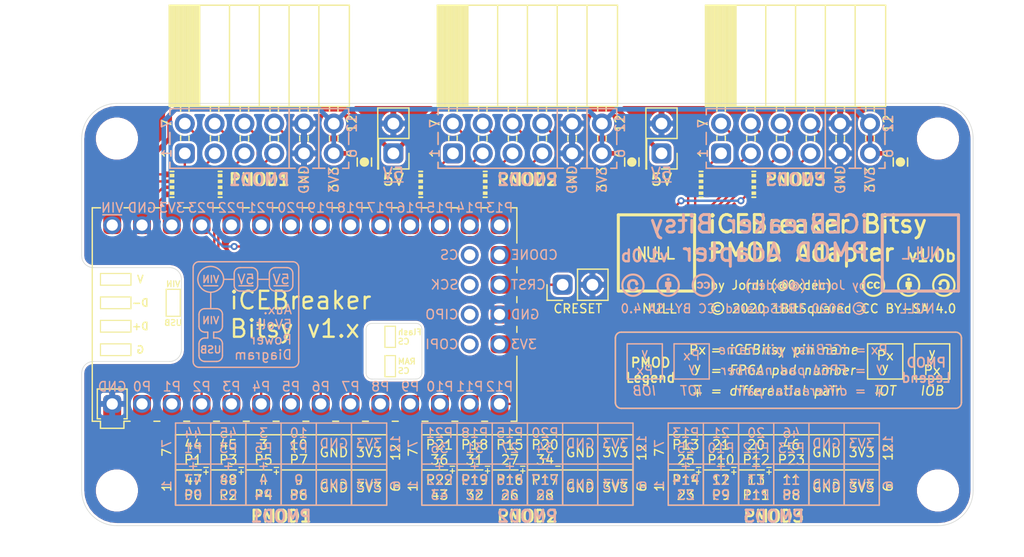
<source format=kicad_pcb>
(kicad_pcb (version 20171130) (host pcbnew "(5.1.7)-1")
  (title_block (title "iCEBreaker Bitsy PMOD Adapter") (date 2020-11-23) (rev v1.0b) (company 1BitSquared) (comment 1 "License: CC BY-SA 4.0") (comment 2 "@ 2020 1BitSquared <info@1bitsquared.com>") (comment 3 "@ 2020 Jordi Pakey-Rodriguez <jordi@1bitsquared.com>"))
  (layers (0 F.Cu signal) (31 B.Cu signal) (34 B.Paste user) (35 F.Paste user) (36 B.SilkS user) (37 F.SilkS user) (38 B.Mask user) (39 F.Mask user) (44 Edge.Cuts user))
  (net 0 "")
  (net 1 +3V3)
  (net 2 GND)
  (net 3 +5V)
  (net 4 /P23)
  (net 5 /P21)
  (net 6 /P16)
  (net 7 /P14)
  (net 8 /P13)
  (net 9 /P12)
  (net 10 /P11)
  (net 11 /P10)
  (net 12 /P20)
  (net 13 /P15)
  (net 14 /P19)
  (net 15 /P18)
  (net 16 /P17)
  (net 17 /P22)
  (net 18 /P4)
  (net 19 /P0)
  (net 20 /P6)
  (net 21 /P9)
  (net 22 /P3)
  (net 23 /P7)
  (net 24 /P2)
  (net 25 /P1)
  (net 26 /P8)
  (net 27 /P5)
  (net 28 /J1P10)
  (net 29 /J1P4)
  (net 30 /J1P9)
  (net 31 /J1P3)
  (net 32 /J1P8)
  (net 33 /J1P2)
  (net 34 /J1P7)
  (net 35 /J1P1)
  (net 36 /J2P10)
  (net 37 /J2P4)
  (net 38 /J2P9)
  (net 39 /J2P3)
  (net 40 /J2P8)
  (net 41 /J2P2)
  (net 42 /J2P7)
  (net 43 /J2P1)
  (net 44 /J3P10)
  (net 45 /J3P4)
  (net 46 /J3P9)
  (net 47 /J3P3)
  (net 48 /J3P8)
  (net 49 /J3P2)
  (net 50 /J3P7)
  (net 51 /J3P1)
  (net 52 /CRESET)
  (net 53 /CDONE)
  (net 54 /SPI_CS)
  (net 55 /SPI_SCK)
  (net 56 /SPI_CIPO)
  (net 57 /SPI_COPI)
  (net 58 "Net-(A1-Pad29)")
  (module pkl_logos:null_Logo_SilkS_6.5mm (layer F.Cu) (at 111 94.75)
    (fp_text reference LOGO1)
    (fp_text value 1BitSquared)
  )
  (module pkl_logos:null_Logo_SilkS_6.5mm (layer B.Cu) (at 133.5 94.75 180)
    (fp_text reference REF**)
    (fp_text value null_Logo_SilkS_6.5mm)
  )
  (module pkl_module:iCEBreaker_Bitsy (layer F.Cu) (at 81 100 90)
    (fp_text reference A1 hide)
    (fp_text value iCEBreaker_Bitsy)
    (fp_text user G (at -3 -14 unlocked) (layer F.SilkS) (effects (font (size 0.625 0.625) (thickness 0.125)) (justify mirror)))
    (fp_text user D+ (at -1 -14 unlocked) (layer F.SilkS) (effects (font (size 0.625 0.625) (thickness 0.125)) (justify mirror)))
    (fp_text user D- (at 1 -14 unlocked) (layer F.SilkS) (effects (font (size 0.625 0.625) (thickness 0.125)) (justify mirror)))
    (fp_text user V (at 3 -14 unlocked) (layer F.SilkS) (effects (font (size 0.625 0.625) (thickness 0.125)) (justify mirror)))
    (fp_text user RAM (at -4 7.9 unlocked) (layer F.SilkS) (effects (font (size 0.5 0.5) (thickness 0.1)) (justify right mirror)))
    (fp_text user CS (at -4.8 7.9 unlocked) (layer F.SilkS) (effects (font (size 0.5 0.5) (thickness 0.1)) (justify right mirror)))
    (fp_text user CS (at -2.3 7.9 unlocked) (layer F.SilkS) (effects (font (size 0.5 0.5) (thickness 0.1)) (justify right mirror)))
    (fp_text user Flash (at -1.5 7.9 unlocked) (layer F.SilkS) (effects (font (size 0.5 0.5) (thickness 0.1)) (justify right mirror)))
    (fp_text user USB (at -0.7 -11.2 unlocked) (layer F.SilkS) (effects (font (size 0.5 0.5) (thickness 0.1)) (justify mirror)))
    (fp_text user VIN (at 2.6 -11.2 unlocked) (layer F.SilkS) (effects (font (size 0.5 0.5) (thickness 0.1)) (justify mirror)))
    (pad 32 smd roundrect (at 5.08 17.128) (size 2.54 1.524) (layers F.Cu F.Paste F.Mask) (net 53 /CDONE))
    (pad 31 smd roundrect (at 2.54 17.128) (size 2.54 1.524) (layers F.Cu F.Paste F.Mask) (net 52 /CRESET))
    (pad 30 smd roundrect (at 0 17.128) (size 2.54 1.524) (layers F.Cu F.Paste F.Mask) (net 2 GND))
    (pad 29 smd roundrect (at -2.54 17.128) (size 2.54 1.524) (layers F.Cu F.Paste F.Mask) (net 58 "Net-(A1-Pad29)"))
    (pad 28 smd roundrect (at 8.128 -16.4 90) (size 2.54 1.524) (layers F.Cu F.Paste F.Mask) (net 3 +5V))
    (pad 27 smd roundrect (at 8.128 -13.86 90) (size 2.54 1.524) (layers F.Cu F.Paste F.Mask) (net 2 GND))
    (pad 26 smd roundrect (at 8.128 -11.32 90) (size 2.54 1.524) (layers F.Cu F.Paste F.Mask) (net 1 +3V3))
    (pad 25 smd roundrect (at 8.128 -8.78 90) (size 2.54 1.524) (layers F.Cu F.Paste F.Mask) (net 4 /P23))
    (pad 24 smd roundrect (at 8.128 -6.24 90) (size 2.54 1.524) (layers F.Cu F.Paste F.Mask) (net 17 /P22))
    (pad 23 smd roundrect (at 8.128 -3.7 90) (size 2.54 1.524) (layers F.Cu F.Paste F.Mask) (net 5 /P21))
    (pad 22 smd roundrect (at 8.128 -1.16 90) (size 2.54 1.524) (layers F.Cu F.Paste F.Mask) (net 12 /P20))
    (pad 21 smd roundrect (at 8.128 1.38 90) (size 2.54 1.524) (layers F.Cu F.Paste F.Mask) (net 14 /P19))
    (pad 20 smd roundrect (at 8.128 3.92 90) (size 2.54 1.524) (layers F.Cu F.Paste F.Mask) (net 15 /P18))
    (pad 19 smd roundrect (at 8.128 6.46 90) (size 2.54 1.524) (layers F.Cu F.Paste F.Mask) (net 16 /P17))
    (pad 18 smd roundrect (at 8.128 9 90) (size 2.54 1.524) (layers F.Cu F.Paste F.Mask) (net 6 /P16))
    (pad 17 smd roundrect (at 8.128 11.54 90) (size 2.54 1.524) (layers F.Cu F.Paste F.Mask) (net 13 /P15))
    (pad 16 smd roundrect (at 8.128 14.08 90) (size 2.54 1.524) (layers F.Cu F.Paste F.Mask) (net 7 /P14))
    (pad 15 smd roundrect (at 8.128 16.62 90) (size 2.54 1.524) (layers F.Cu F.Paste F.Mask) (net 8 /P13))
    (pad 14 smd roundrect (at -8.128 16.62 90) (size 2.54 1.524) (layers F.Cu F.Paste F.Mask) (net 9 /P12))
    (pad 13 smd roundrect (at -8.128 14.08 90) (size 2.54 1.524) (layers F.Cu F.Paste F.Mask) (net 10 /P11))
    (pad 12 smd roundrect (at -8.128 11.54 90) (size 2.54 1.524) (layers F.Cu F.Paste F.Mask) (net 11 /P10))
    (pad 11 smd roundrect (at -8.128 9 90) (size 2.54 1.524) (layers F.Cu F.Paste F.Mask) (net 21 /P9))
    (pad 10 smd roundrect (at -8.128 6.46 90) (size 2.54 1.524) (layers F.Cu F.Paste F.Mask) (net 26 /P8))
    (pad 9 smd roundrect (at -8.128 3.92 90) (size 2.54 1.524) (layers F.Cu F.Paste F.Mask) (net 23 /P7))
    (pad 8 smd roundrect (at -8.128 1.38 90) (size 2.54 1.524) (layers F.Cu F.Paste F.Mask) (net 20 /P6))
    (pad 7 smd roundrect (at -8.128 -1.16 90) (size 2.54 1.524) (layers F.Cu F.Paste F.Mask) (net 27 /P5))
    (pad 6 smd roundrect (at -8.128 -3.7 90) (size 2.54 1.524) (layers F.Cu F.Paste F.Mask) (net 18 /P4))
    (pad 5 smd roundrect (at -8.128 -6.24 90) (size 2.54 1.524) (layers F.Cu F.Paste F.Mask) (net 22 /P3))
    (pad 4 smd roundrect (at -8.128 -8.78 90) (size 2.54 1.524) (layers F.Cu F.Paste F.Mask) (net 24 /P2))
    (pad 3 smd roundrect (at -8.128 -11.32 90) (size 2.54 1.524) (layers F.Cu F.Paste F.Mask) (net 25 /P1))
    (pad 2 smd roundrect (at -8.128 -13.86 90) (size 2.54 1.524) (layers F.Cu F.Paste F.Mask) (net 19 /P0))
    (pad 1 smd roundrect (at -8.128 -16.4 90) (size 2.54 1.524) (layers F.Cu F.Paste F.Mask) (net 2 GND))
    (pad 36 thru_hole circle (at 5.08 14.08 90) (size 1.524 1.524) (drill 0.9652) (layers *.Cu *.Mask) (net 54 /SPI_CS))
    (pad 35 thru_hole circle (at 2.54 14.08 90) (size 1.524 1.524) (drill 0.9652) (layers *.Cu *.Mask) (net 55 /SPI_SCK))
    (pad 34 thru_hole circle (at 0 14.08 90) (size 1.524 1.524) (drill 0.9652) (layers *.Cu *.Mask) (net 56 /SPI_CIPO))
    (pad 33 thru_hole circle (at -2.54 14.08 90) (size 1.524 1.524) (drill 0.9652) (layers *.Cu *.Mask) (net 57 /SPI_COPI))
    (pad 32 thru_hole circle (at 5.08 16.62 270) (size 1.524 1.524) (drill 0.9652) (layers *.Cu *.Mask) (net 53 /CDONE))
    (pad 31 thru_hole circle (at 2.54 16.62 270) (size 1.524 1.524) (drill 0.9652) (layers *.Cu *.Mask) (net 52 /CRESET))
    (pad 30 thru_hole circle (at 0 16.62 270) (size 1.524 1.524) (drill 0.9652) (layers *.Cu *.Mask) (net 2 GND))
    (pad 29 thru_hole circle (at -2.54 16.62 270) (size 1.524 1.524) (drill 0.9652) (layers *.Cu *.Mask) (net 58 "Net-(A1-Pad29)"))
    (pad 28 thru_hole circle (at 7.62 -16.4) (size 1.524 1.524) (drill 0.9652) (layers *.Cu *.Mask) (net 3 +5V))
    (pad 27 thru_hole circle (at 7.62 -13.86) (size 1.524 1.524) (drill 0.9652) (layers *.Cu *.Mask) (net 2 GND))
    (pad 26 thru_hole circle (at 7.62 -11.32) (size 1.524 1.524) (drill 0.9652) (layers *.Cu *.Mask) (net 1 +3V3))
    (pad 25 thru_hole circle (at 7.62 -8.78) (size 1.524 1.524) (drill 0.9652) (layers *.Cu *.Mask) (net 4 /P23))
    (pad 24 thru_hole circle (at 7.62 -6.24) (size 1.524 1.524) (drill 0.9652) (layers *.Cu *.Mask) (net 17 /P22))
    (pad 23 thru_hole circle (at 7.62 -3.7) (size 1.524 1.524) (drill 0.9652) (layers *.Cu *.Mask) (net 5 /P21))
    (pad 22 thru_hole circle (at 7.62 -1.16) (size 1.524 1.524) (drill 0.9652) (layers *.Cu *.Mask) (net 12 /P20))
    (pad 21 thru_hole circle (at 7.62 1.38) (size 1.524 1.524) (drill 0.9652) (layers *.Cu *.Mask) (net 14 /P19))
    (pad 20 thru_hole circle (at 7.62 3.92) (size 1.524 1.524) (drill 0.9652) (layers *.Cu *.Mask) (net 15 /P18))
    (pad 19 thru_hole circle (at 7.62 6.46) (size 1.524 1.524) (drill 0.9652) (layers *.Cu *.Mask) (net 16 /P17))
    (pad 18 thru_hole circle (at 7.62 9) (size 1.524 1.524) (drill 0.9652) (layers *.Cu *.Mask) (net 6 /P16))
    (pad 17 thru_hole circle (at 7.62 11.54) (size 1.524 1.524) (drill 0.9652) (layers *.Cu *.Mask) (net 13 /P15))
    (pad 16 thru_hole circle (at 7.62 14.08) (size 1.524 1.524) (drill 0.9652) (layers *.Cu *.Mask) (net 7 /P14))
    (pad 15 thru_hole circle (at 7.62 16.62) (size 1.524 1.524) (drill 0.9652) (layers *.Cu *.Mask) (net 8 /P13))
    (pad 14 thru_hole circle (at -7.62 16.62) (size 1.524 1.524) (drill 0.9652) (layers *.Cu *.Mask) (net 9 /P12))
    (pad 13 thru_hole circle (at -7.62 14.08) (size 1.524 1.524) (drill 0.9652) (layers *.Cu *.Mask) (net 10 /P11))
    (pad 12 thru_hole circle (at -7.62 11.54) (size 1.524 1.524) (drill 0.9652) (layers *.Cu *.Mask) (net 11 /P10))
    (pad 11 thru_hole circle (at -7.62 9) (size 1.524 1.524) (drill 0.9652) (layers *.Cu *.Mask) (net 21 /P9))
    (pad 10 thru_hole circle (at -7.62 6.46) (size 1.524 1.524) (drill 0.9652) (layers *.Cu *.Mask) (net 26 /P8))
    (pad 9 thru_hole circle (at -7.62 3.92) (size 1.524 1.524) (drill 0.9652) (layers *.Cu *.Mask) (net 23 /P7))
    (pad 8 thru_hole circle (at -7.62 1.38) (size 1.524 1.524) (drill 0.9652) (layers *.Cu *.Mask) (net 20 /P6))
    (pad 7 thru_hole circle (at -7.62 -1.16) (size 1.524 1.524) (drill 0.9652) (layers *.Cu *.Mask) (net 27 /P5))
    (pad 6 thru_hole circle (at -7.62 -3.7) (size 1.524 1.524) (drill 0.9652) (layers *.Cu *.Mask) (net 18 /P4))
    (pad 5 thru_hole circle (at -7.62 -6.24) (size 1.524 1.524) (drill 0.9652) (layers *.Cu *.Mask) (net 22 /P3))
    (pad 4 thru_hole circle (at -7.62 -8.78) (size 1.524 1.524) (drill 0.9652) (layers *.Cu *.Mask) (net 24 /P2))
    (pad 3 thru_hole circle (at -7.62 -11.32) (size 1.524 1.524) (drill 0.9652) (layers *.Cu *.Mask) (net 25 /P1))
    (pad 2 thru_hole circle (at -7.62 -13.86) (size 1.524 1.524) (drill 0.9652) (layers *.Cu *.Mask) (net 19 /P0))
    (pad 1 thru_hole roundrect (at -7.62 -16.4) (size 1.524 1.524) (drill 0.9652) (layers *.Cu *.Mask) (net 2 GND))
  )
  (module pkl_dipol:C_0603 (layer F.Cu) (at 131.8 87 270)
    (fp_text reference C3)
    (fp_text value 1u)
    (pad 2 smd roundrect (at 0.75 0 270) (size 0.6 0.9) (layers F.Cu F.Paste F.Mask) (net 2 GND))
    (pad 1 smd roundrect (at -0.75 0 270) (size 0.6 0.9) (layers F.Cu F.Paste F.Mask) (net 1 +3V3))
  )
  (module pkl_dipol:C_0603 (layer F.Cu) (at 108.9 87 270)
    (fp_text reference C2)
    (fp_text value 1u)
    (pad 2 smd roundrect (at 0.75 0 270) (size 0.6 0.9) (layers F.Cu F.Paste F.Mask) (net 2 GND))
    (pad 1 smd roundrect (at -0.75 0 270) (size 0.6 0.9) (layers F.Cu F.Paste F.Mask) (net 1 +3V3))
  )
  (module pkl_dipol:C_0603 (layer F.Cu) (at 86.1 87 270)
    (fp_text reference C1)
    (fp_text value 1u)
    (pad 2 smd roundrect (at 0.75 0 270) (size 0.6 0.9) (layers F.Cu F.Paste F.Mask) (net 2 GND))
    (pad 1 smd roundrect (at -0.75 0 270) (size 0.6 0.9) (layers F.Cu F.Paste F.Mask) (net 1 +3V3))
  )
  (module pkl_logos:Symbol_CC-SA_SilkScreen_2mm (layer B.Cu) (at 109 97.5 180)
    (fp_text reference REF** hide)
    (fp_text value Symbol_CC-SA_SilkScreen_2mm hide)
  )
  (module pkl_logos:Symbol_CC-BY_SilkScreen_2mm (layer B.Cu) (at 112 97.5 180)
    (fp_text reference REF** hide)
    (fp_text value Symbol_CC-BY_SilkScreen_2mm hide)
  )
  (module pkl_logos:Symbol_CC_SilkScreen_2mm (layer B.Cu) (at 115 97.5 180)
    (fp_text reference REF** hide)
    (fp_text value Symbol_CC_SilkScreen_2mm hide)
  )
  (module pkl_logos:Symbol_CC-SA_SilkScreen_2mm (layer F.Cu) (at 135.5 97.5)
    (fp_text reference REF** hide)
    (fp_text value Symbol_CC-SA_SilkScreen_2mm hide)
  )
  (module pkl_logos:Symbol_CC-BY_SilkScreen_2mm (layer F.Cu) (at 132.5 97.5)
    (fp_text reference REF** hide)
    (fp_text value Symbol_CC-BY_SilkScreen_2mm hide)
  )
  (module pkl_logos:Symbol_CC_SilkScreen_2mm (layer F.Cu) (at 129.5 97.5)
    (fp_text reference REF** hide)
    (fp_text value Symbol_CC_SilkScreen_2mm hide)
  )
  (module Connector_PinHeader_2.54mm:PinHeader_1x02_P2.54mm_Vertical (layer F.Cu) (at 103 97.46 90)
    (fp_text reference JP1 hide)
    (fp_text value CRESET)
    (pad 2 thru_hole oval (at 0 2.54 90) (size 1.7 1.7) (drill 1) (layers *.Cu *.Mask) (net 2 GND))
    (pad 1 thru_hole roundrect (at 0 0 90) (size 1.7 1.7) (drill 1) (layers *.Cu *.Mask) (net 52 /CRESET))
  )
  (module Connector_PinSocket_2.54mm:PinSocket_2x01_P2.54mm_Vertical (layer F.Cu) (at 88.57 86.26 270)
    (fp_text reference J4 hide)
    (fp_text value "5V AUX")
    (pad 2 thru_hole oval (at -2.54 0 270) (size 1.7 1.7) (drill 1) (layers *.Cu *.Mask) (net 2 GND))
    (pad 1 thru_hole roundrect (at 0 0 270) (size 1.7 1.7) (drill 1) (layers *.Cu *.Mask) (net 3 +5V))
  )
  (module Connector_PinSocket_2.54mm:PinSocket_2x01_P2.54mm_Vertical (layer F.Cu) (at 111.43 86.26 270)
    (fp_text reference J5 hide)
    (fp_text value "5V AUX")
    (pad 2 thru_hole oval (at -2.54 0 270) (size 1.7 1.7) (drill 1) (layers *.Cu *.Mask) (net 2 GND))
    (pad 1 thru_hole roundrect (at 0 0 270) (size 1.7 1.7) (drill 1) (layers *.Cu *.Mask) (net 3 +5V))
  )
  (module pkl_dipol:R_Array_Convex_4x0402 (layer F.Cu) (at 119.3 88.9)
    (fp_text reference R6)
    (fp_text value 33E)
    (pad 8 smd roundrect (at 0.5 0.85) (size 0.5 0.5) (layers F.Cu F.Paste F.Mask) (net 44 /J3P10))
    (pad 6 smd roundrect (at 0.5 0.25) (size 0.5 0.3) (layers F.Cu F.Paste F.Mask) (net 45 /J3P4))
    (pad 4 smd roundrect (at 0.5 -0.25) (size 0.5 0.3) (layers F.Cu F.Paste F.Mask) (net 46 /J3P9))
    (pad 2 smd roundrect (at 0.5 -0.85) (size 0.5 0.5) (layers F.Cu F.Paste F.Mask) (net 47 /J3P3))
    (pad 7 smd roundrect (at -0.5 0.85) (size 0.5 0.5) (layers F.Cu F.Paste F.Mask) (net 4 /P23))
    (pad 1 smd roundrect (at -0.5 -0.85) (size 0.5 0.5) (layers F.Cu F.Paste F.Mask) (net 10 /P11))
    (pad 5 smd roundrect (at -0.5 0.25) (size 0.5 0.3) (layers F.Cu F.Paste F.Mask) (net 26 /P8))
    (pad 3 smd roundrect (at -0.5 -0.25) (size 0.5 0.3) (layers F.Cu F.Paste F.Mask) (net 9 /P12))
  )
  (module pkl_dipol:R_Array_Convex_4x0402 (layer F.Cu) (at 114.8 88.9)
    (fp_text reference R5)
    (fp_text value 33E)
    (pad 8 smd roundrect (at 0.5 0.85) (size 0.5 0.5) (layers F.Cu F.Paste F.Mask) (net 48 /J3P8))
    (pad 6 smd roundrect (at 0.5 0.25) (size 0.5 0.3) (layers F.Cu F.Paste F.Mask) (net 49 /J3P2))
    (pad 4 smd roundrect (at 0.5 -0.25) (size 0.5 0.3) (layers F.Cu F.Paste F.Mask) (net 50 /J3P7))
    (pad 2 smd roundrect (at 0.5 -0.85) (size 0.5 0.5) (layers F.Cu F.Paste F.Mask) (net 51 /J3P1))
    (pad 7 smd roundrect (at -0.5 0.85) (size 0.5 0.5) (layers F.Cu F.Paste F.Mask) (net 11 /P10))
    (pad 1 smd roundrect (at -0.5 -0.85) (size 0.5 0.5) (layers F.Cu F.Paste F.Mask) (net 7 /P14))
    (pad 5 smd roundrect (at -0.5 0.25) (size 0.5 0.3) (layers F.Cu F.Paste F.Mask) (net 21 /P9))
    (pad 3 smd roundrect (at -0.5 -0.25) (size 0.5 0.3) (layers F.Cu F.Paste F.Mask) (net 8 /P13))
  )
  (module pkl_dipol:R_Array_Convex_4x0402 (layer F.Cu) (at 96.4 88.9)
    (fp_text reference R4)
    (fp_text value 33E)
    (pad 8 smd roundrect (at 0.5 0.85) (size 0.5 0.5) (layers F.Cu F.Paste F.Mask) (net 36 /J2P10))
    (pad 6 smd roundrect (at 0.5 0.25) (size 0.5 0.3) (layers F.Cu F.Paste F.Mask) (net 37 /J2P4))
    (pad 4 smd roundrect (at 0.5 -0.25) (size 0.5 0.3) (layers F.Cu F.Paste F.Mask) (net 38 /J2P9))
    (pad 2 smd roundrect (at 0.5 -0.85) (size 0.5 0.5) (layers F.Cu F.Paste F.Mask) (net 39 /J2P3))
    (pad 7 smd roundrect (at -0.5 0.85) (size 0.5 0.5) (layers F.Cu F.Paste F.Mask) (net 12 /P20))
    (pad 1 smd roundrect (at -0.5 -0.85) (size 0.5 0.5) (layers F.Cu F.Paste F.Mask) (net 6 /P16))
    (pad 5 smd roundrect (at -0.5 0.25) (size 0.5 0.3) (layers F.Cu F.Paste F.Mask) (net 16 /P17))
    (pad 3 smd roundrect (at -0.5 -0.25) (size 0.5 0.3) (layers F.Cu F.Paste F.Mask) (net 13 /P15))
  )
  (module pkl_dipol:R_Array_Convex_4x0402 (layer F.Cu) (at 90.9 88.9)
    (fp_text reference R3)
    (fp_text value 33E)
    (pad 8 smd roundrect (at 0.5 0.85) (size 0.5 0.5) (layers F.Cu F.Paste F.Mask) (net 40 /J2P8))
    (pad 6 smd roundrect (at 0.5 0.25) (size 0.5 0.3) (layers F.Cu F.Paste F.Mask) (net 41 /J2P2))
    (pad 4 smd roundrect (at 0.5 -0.25) (size 0.5 0.3) (layers F.Cu F.Paste F.Mask) (net 42 /J2P7))
    (pad 2 smd roundrect (at 0.5 -0.85) (size 0.5 0.5) (layers F.Cu F.Paste F.Mask) (net 43 /J2P1))
    (pad 7 smd roundrect (at -0.5 0.85) (size 0.5 0.5) (layers F.Cu F.Paste F.Mask) (net 15 /P18))
    (pad 1 smd roundrect (at -0.5 -0.85) (size 0.5 0.5) (layers F.Cu F.Paste F.Mask) (net 17 /P22))
    (pad 5 smd roundrect (at -0.5 0.25) (size 0.5 0.3) (layers F.Cu F.Paste F.Mask) (net 14 /P19))
    (pad 3 smd roundrect (at -0.5 -0.25) (size 0.5 0.3) (layers F.Cu F.Paste F.Mask) (net 5 /P21))
  )
  (module pkl_dipol:R_Array_Convex_4x0402 (layer F.Cu) (at 73.8 88.9)
    (fp_text reference R2)
    (fp_text value 33E)
    (pad 3 smd roundrect (at -0.5 -0.25) (size 0.5 0.3) (layers F.Cu F.Paste F.Mask) (net 27 /P5))
    (pad 5 smd roundrect (at -0.5 0.25) (size 0.5 0.3) (layers F.Cu F.Paste F.Mask) (net 20 /P6))
    (pad 1 smd roundrect (at -0.5 -0.85) (size 0.5 0.5) (layers F.Cu F.Paste F.Mask) (net 18 /P4))
    (pad 7 smd roundrect (at -0.5 0.85) (size 0.5 0.5) (layers F.Cu F.Paste F.Mask) (net 23 /P7))
    (pad 2 smd roundrect (at 0.5 -0.85) (size 0.5 0.5) (layers F.Cu F.Paste F.Mask) (net 31 /J1P3))
    (pad 4 smd roundrect (at 0.5 -0.25) (size 0.5 0.3) (layers F.Cu F.Paste F.Mask) (net 30 /J1P9))
    (pad 6 smd roundrect (at 0.5 0.25) (size 0.5 0.3) (layers F.Cu F.Paste F.Mask) (net 29 /J1P4))
    (pad 8 smd roundrect (at 0.5 0.85) (size 0.5 0.5) (layers F.Cu F.Paste F.Mask) (net 28 /J1P10))
  )
  (module pkl_dipol:R_Array_Convex_4x0402 (layer F.Cu) (at 69.7 88.9)
    (fp_text reference R1)
    (fp_text value 33E)
    (pad 8 smd roundrect (at 0.5 0.85) (size 0.5 0.5) (layers F.Cu F.Paste F.Mask) (net 32 /J1P8))
    (pad 6 smd roundrect (at 0.5 0.25) (size 0.5 0.3) (layers F.Cu F.Paste F.Mask) (net 33 /J1P2))
    (pad 4 smd roundrect (at 0.5 -0.25) (size 0.5 0.3) (layers F.Cu F.Paste F.Mask) (net 34 /J1P7))
    (pad 2 smd roundrect (at 0.5 -0.85) (size 0.5 0.5) (layers F.Cu F.Paste F.Mask) (net 35 /J1P1))
    (pad 7 smd roundrect (at -0.5 0.85) (size 0.5 0.5) (layers F.Cu F.Paste F.Mask) (net 22 /P3))
    (pad 1 smd roundrect (at -0.5 -0.85) (size 0.5 0.5) (layers F.Cu F.Paste F.Mask) (net 19 /P0))
    (pad 5 smd roundrect (at -0.5 0.25) (size 0.5 0.3) (layers F.Cu F.Paste F.Mask) (net 24 /P2))
    (pad 3 smd roundrect (at -0.5 -0.25) (size 0.5 0.3) (layers F.Cu F.Paste F.Mask) (net 25 /P1))
  )
  (module pkl_pin_headers:PinSocket_2x06_P2.54mm_Horizontal_Top_Bottom (layer F.Cu) (at 116.51 86.26 90)
    (fp_text reference J3 hide)
    (fp_text value PMOD3)
    (pad 12 thru_hole oval (at 2.54 12.7 90) (size 1.7 1.7) (drill 1) (layers *.Cu *.Mask) (net 1 +3V3))
    (pad 6 thru_hole oval (at 0 12.7 90) (size 1.7 1.7) (drill 1) (layers *.Cu *.Mask) (net 1 +3V3))
    (pad 11 thru_hole oval (at 2.54 10.16 90) (size 1.7 1.7) (drill 1) (layers *.Cu *.Mask) (net 2 GND))
    (pad 5 thru_hole oval (at 0 10.16 90) (size 1.7 1.7) (drill 1) (layers *.Cu *.Mask) (net 2 GND))
    (pad 10 thru_hole oval (at 2.54 7.62 90) (size 1.7 1.7) (drill 1) (layers *.Cu *.Mask) (net 44 /J3P10))
    (pad 4 thru_hole oval (at 0 7.62 90) (size 1.7 1.7) (drill 1) (layers *.Cu *.Mask) (net 45 /J3P4))
    (pad 9 thru_hole oval (at 2.54 5.08 90) (size 1.7 1.7) (drill 1) (layers *.Cu *.Mask) (net 46 /J3P9))
    (pad 3 thru_hole oval (at 0 5.08 90) (size 1.7 1.7) (drill 1) (layers *.Cu *.Mask) (net 47 /J3P3))
    (pad 8 thru_hole oval (at 2.54 2.54 90) (size 1.7 1.7) (drill 1) (layers *.Cu *.Mask) (net 48 /J3P8))
    (pad 2 thru_hole oval (at 0 2.54 90) (size 1.7 1.7) (drill 1) (layers *.Cu *.Mask) (net 49 /J3P2))
    (pad 7 thru_hole oval (at 2.54 0 90) (size 1.7 1.7) (drill 1) (layers *.Cu *.Mask) (net 50 /J3P7))
    (pad 1 thru_hole roundrect (at 0 0 90) (size 1.7 1.7) (drill 1) (layers *.Cu *.Mask) (net 51 /J3P1))
  )
  (module pkl_pin_headers:PinSocket_2x06_P2.54mm_Horizontal_Top_Bottom (layer F.Cu) (at 93.65 86.26 90)
    (fp_text reference J2 hide)
    (fp_text value PMOD2)
    (pad 12 thru_hole oval (at 2.54 12.7 90) (size 1.7 1.7) (drill 1) (layers *.Cu *.Mask) (net 1 +3V3))
    (pad 6 thru_hole oval (at 0 12.7 90) (size 1.7 1.7) (drill 1) (layers *.Cu *.Mask) (net 1 +3V3))
    (pad 11 thru_hole oval (at 2.54 10.16 90) (size 1.7 1.7) (drill 1) (layers *.Cu *.Mask) (net 2 GND))
    (pad 5 thru_hole oval (at 0 10.16 90) (size 1.7 1.7) (drill 1) (layers *.Cu *.Mask) (net 2 GND))
    (pad 10 thru_hole oval (at 2.54 7.62 90) (size 1.7 1.7) (drill 1) (layers *.Cu *.Mask) (net 36 /J2P10))
    (pad 4 thru_hole oval (at 0 7.62 90) (size 1.7 1.7) (drill 1) (layers *.Cu *.Mask) (net 37 /J2P4))
    (pad 9 thru_hole oval (at 2.54 5.08 90) (size 1.7 1.7) (drill 1) (layers *.Cu *.Mask) (net 38 /J2P9))
    (pad 3 thru_hole oval (at 0 5.08 90) (size 1.7 1.7) (drill 1) (layers *.Cu *.Mask) (net 39 /J2P3))
    (pad 8 thru_hole oval (at 2.54 2.54 90) (size 1.7 1.7) (drill 1) (layers *.Cu *.Mask) (net 40 /J2P8))
    (pad 2 thru_hole oval (at 0 2.54 90) (size 1.7 1.7) (drill 1) (layers *.Cu *.Mask) (net 41 /J2P2))
    (pad 7 thru_hole oval (at 2.54 0 90) (size 1.7 1.7) (drill 1) (layers *.Cu *.Mask) (net 42 /J2P7))
    (pad 1 thru_hole roundrect (at 0 0 90) (size 1.7 1.7) (drill 1) (layers *.Cu *.Mask) (net 43 /J2P1))
  )
  (module pkl_pin_headers:PinSocket_2x06_P2.54mm_Horizontal_Top_Bottom (layer F.Cu) (at 70.79 86.26 90)
    (fp_text reference J1 hide)
    (fp_text value PMOD1)
    (pad 12 thru_hole oval (at 2.54 12.7 90) (size 1.7 1.7) (drill 1) (layers *.Cu *.Mask) (net 1 +3V3))
    (pad 6 thru_hole oval (at 0 12.7 90) (size 1.7 1.7) (drill 1) (layers *.Cu *.Mask) (net 1 +3V3))
    (pad 11 thru_hole oval (at 2.54 10.16 90) (size 1.7 1.7) (drill 1) (layers *.Cu *.Mask) (net 2 GND))
    (pad 5 thru_hole oval (at 0 10.16 90) (size 1.7 1.7) (drill 1) (layers *.Cu *.Mask) (net 2 GND))
    (pad 10 thru_hole oval (at 2.54 7.62 90) (size 1.7 1.7) (drill 1) (layers *.Cu *.Mask) (net 28 /J1P10))
    (pad 4 thru_hole oval (at 0 7.62 90) (size 1.7 1.7) (drill 1) (layers *.Cu *.Mask) (net 29 /J1P4))
    (pad 9 thru_hole oval (at 2.54 5.08 90) (size 1.7 1.7) (drill 1) (layers *.Cu *.Mask) (net 30 /J1P9))
    (pad 3 thru_hole oval (at 0 5.08 90) (size 1.7 1.7) (drill 1) (layers *.Cu *.Mask) (net 31 /J1P3))
    (pad 8 thru_hole oval (at 2.54 2.54 90) (size 1.7 1.7) (drill 1) (layers *.Cu *.Mask) (net 32 /J1P8))
    (pad 2 thru_hole oval (at 0 2.54 90) (size 1.7 1.7) (drill 1) (layers *.Cu *.Mask) (net 33 /J1P2))
    (pad 7 thru_hole oval (at 2.54 0 90) (size 1.7 1.7) (drill 1) (layers *.Cu *.Mask) (net 34 /J1P7))
    (pad 1 thru_hole roundrect (at 0 0 90) (size 1.7 1.7) (drill 1) (layers *.Cu *.Mask) (net 35 /J1P1))
  )
  (module MountingHole:MountingHole_3.2mm_M3_DIN965 (layer F.Cu) (at 135 85)
    (fp_text reference H4 hide)
    (fp_text value MountingHole)
    (pad 1 np_thru_hole circle (at 0 0) (size 3.2 3.2) (drill 3.2) (layers *.Cu *.Mask))
  )
  (module MountingHole:MountingHole_3.2mm_M3_DIN965 (layer F.Cu) (at 135 115)
    (fp_text reference H3 hide)
    (fp_text value MountingHole)
    (pad 1 np_thru_hole circle (at 0 0) (size 3.2 3.2) (drill 3.2) (layers *.Cu *.Mask))
  )
  (module MountingHole:MountingHole_3.2mm_M3_DIN965 (layer F.Cu) (at 65 85)
    (fp_text reference H2 hide)
    (fp_text value MountingHole)
    (pad 1 np_thru_hole circle (at 0 0) (size 3.2 3.2) (drill 3.2) (layers *.Cu *.Mask))
  )
  (module MountingHole:MountingHole_3.2mm_M3_DIN965 (layer F.Cu) (at 65 115)
    (fp_text reference H1 hide)
    (fp_text value MountingHole)
    (pad 1 np_thru_hole circle (at 0 0) (size 3.2 3.2) (drill 3.2) (layers *.Cu *.Mask))
  )
  (gr_text COPI (at 94.191 102.54) (layer B.SilkS) (effects (font (size 0.8 0.8) (thickness 0.12)) (justify left mirror)))
  (gr_text 3V3 (at 98.509 102.54) (layer B.SilkS) (effects (font (size 0.8 0.8) (thickness 0.12)) (justify right mirror)))
  (gr_text CIPO (at 94.191 100) (layer B.SilkS) (effects (font (size 0.8 0.8) (thickness 0.12)) (justify left mirror)))
  (gr_text GND (at 98.509 100) (layer B.SilkS) (effects (font (size 0.8 0.8) (thickness 0.12)) (justify right mirror)))
  (gr_text SCK (at 94.191 97.46) (layer B.SilkS) (effects (font (size 0.8 0.8) (thickness 0.12)) (justify left mirror)))
  (gr_text CRST (at 98.509 97.46) (layer B.SilkS) (effects (font (size 0.8 0.8) (thickness 0.12)) (justify right mirror)))
  (gr_text CS (at 94.191 94.92) (layer B.SilkS) (effects (font (size 0.8 0.8) (thickness 0.12)) (justify left mirror)))
  (gr_text CDONE (at 98.509 94.92) (layer B.SilkS) (effects (font (size 0.8 0.8) (thickness 0.12)) (justify right mirror)))
  (gr_line (start 71.5 104) (end 71.5 96) (layer B.SilkS) (width 0.12))
  (gr_arc (start 72 104) (end 71.5 104) (angle -90) (layer B.SilkS) (width 0.12))
  (gr_arc (start 80 104) (end 80 104.5) (angle -90) (layer B.SilkS) (width 0.12))
  (gr_line (start 80 104.5) (end 72 104.5) (layer B.SilkS) (width 0.12))
  (gr_arc (start 72 96) (end 72 95.5) (angle -90) (layer B.SilkS) (width 0.12))
  (gr_line (start 72 95.5) (end 80 95.5) (layer B.SilkS) (width 0.12))
  (gr_arc (start 80 96) (end 80.5 96) (angle -90) (layer B.SilkS) (width 0.12))
  (gr_line (start 80.5 96) (end 80.5 104) (layer B.SilkS) (width 0.12))
  (gr_text "PMOD\nLegend" (at 110.5 104.75) (layer F.SilkS) (effects (font (size 0.8 0.8))))
  (gr_arc (start 136.5 102) (end 136.5 101.5) (angle 90) (layer F.SilkS) (width 0.12))
  (gr_arc (start 108 102) (end 107.5 102) (angle 90) (layer F.SilkS) (width 0.12))
  (gr_line (start 136.5 101.5) (end 108 101.5) (layer F.SilkS) (width 0.12))
  (gr_arc (start 108 107.5) (end 108 108) (angle 90) (layer F.SilkS) (width 0.12))
  (gr_line (start 137 107.5) (end 137 102) (layer F.SilkS) (width 0.12))
  (gr_arc (start 136.5 107.5) (end 137 107.5) (angle 90) (layer F.SilkS) (width 0.12))
  (gr_line (start 108 108) (end 136.5 108) (layer F.SilkS) (width 0.12))
  (gr_line (start 107.5 102) (end 107.5 107.5) (layer F.SilkS) (width 0.12))
  (gr_text "PMOD\nLegend" (at 134 104.75) (layer B.SilkS) (effects (font (size 0.8 0.8)) (justify mirror)))
  (gr_arc (start 136.5 107.5) (end 136.5 108) (angle -90) (layer B.SilkS) (width 0.12))
  (gr_line (start 136.5 108) (end 108 108) (layer B.SilkS) (width 0.12))
  (gr_line (start 137 102) (end 137 107.5) (layer B.SilkS) (width 0.12))
  (gr_arc (start 136.5 102) (end 137 102) (angle -90) (layer B.SilkS) (width 0.12))
  (gr_arc (start 108 107.5) (end 107.5 107.5) (angle -90) (layer B.SilkS) (width 0.12))
  (gr_arc (start 108 102) (end 108 101.5) (angle -90) (layer B.SilkS) (width 0.12))
  (gr_line (start 112.25 88.7) (end 110.65 88.7) (layer B.SilkS) (width 0.12))
  (gr_line (start 89.4 88.7) (end 87.8 88.7) (layer B.SilkS) (width 0.12))
  (gr_line (start 65.4 91.5) (end 63.8 91.5) (layer B.SilkS) (width 0.12))
  (gr_line (start 73.6 97.55) (end 72.4 97.55) (layer B.SilkS) (width 0.12))
  (gr_line (start 76.6 97.55) (end 75.4 97.55) (layer B.SilkS) (width 0.12))
  (gr_line (start 79.6 97.55) (end 78.4 97.55) (layer B.SilkS) (width 0.12))
  (gr_text - (at 78.6 113) (layer F.SilkS) (effects (font (size 0.5 0.5) (thickness 0.1))))
  (gr_text + (at 78.6 113.4) (layer F.SilkS) (effects (font (size 0.5 0.5) (thickness 0.1))))
  (gr_text - (at 75.6 113) (layer F.SilkS) (effects (font (size 0.5 0.5) (thickness 0.1))))
  (gr_text + (at 75.6 113.4) (layer F.SilkS) (effects (font (size 0.5 0.5) (thickness 0.1))))
  (gr_text - (at 72.6 113) (layer F.SilkS) (effects (font (size 0.5 0.5) (thickness 0.1))))
  (gr_text + (at 72.6 113.4) (layer F.SilkS) (effects (font (size 0.5 0.5) (thickness 0.1))))
  (gr_text - (at 102.6 112.9) (layer F.SilkS) (effects (font (size 0.5 0.5) (thickness 0.1))))
  (gr_text - (at 99.6 112.9) (layer F.SilkS) (effects (font (size 0.5 0.5) (thickness 0.1))))
  (gr_text + (at 99.6 113.3) (layer F.SilkS) (effects (font (size 0.5 0.5) (thickness 0.1))))
  (gr_text - (at 96.6 112.9) (layer F.SilkS) (effects (font (size 0.5 0.5) (thickness 0.1))))
  (gr_text + (at 96.6 113.3) (layer F.SilkS) (effects (font (size 0.5 0.5) (thickness 0.1))))
  (gr_text - (at 93.6 112.9) (layer F.SilkS) (effects (font (size 0.5 0.5) (thickness 0.1))))
  (gr_text + (at 93.6 113.3) (layer F.SilkS) (effects (font (size 0.5 0.5) (thickness 0.1))))
  (gr_text - (at 120.6 113) (layer F.SilkS) (effects (font (size 0.5 0.5) (thickness 0.1))))
  (gr_text + (at 120.6 113.4) (layer F.SilkS) (effects (font (size 0.5 0.5) (thickness 0.1))))
  (gr_text - (at 117.6 113) (layer F.SilkS) (effects (font (size 0.5 0.5) (thickness 0.1))))
  (gr_text + (at 117.6 113.4) (layer F.SilkS) (effects (font (size 0.5 0.5) (thickness 0.1))))
  (gr_line (start 97 113.25) (end 99.2 113.25) (layer F.SilkS) (width 0.12))
  (gr_line (start 94 113.25) (end 96.2 113.25) (layer F.SilkS) (width 0.12))
  (gr_line (start 91 113.25) (end 93.2 113.25) (layer F.SilkS) (width 0.12))
  (gr_line (start 72.2 113.25) (end 70 113.25) (layer F.SilkS) (width 0.12))
  (gr_line (start 73 113.25) (end 75.2 113.25) (layer F.SilkS) (width 0.12))
  (gr_line (start 76 113.25) (end 78.2 113.25) (layer F.SilkS) (width 0.12))
  (gr_line (start 118 113.25) (end 120.2 113.25) (layer F.SilkS) (width 0.12))
  (gr_line (start 115 113.25) (end 117.2 113.25) (layer F.SilkS) (width 0.12))
  (gr_line (start 112 113.25) (end 114.2 113.25) (layer F.SilkS) (width 0.12))
  (gr_text - (at 114.6 113) (layer F.SilkS) (effects (font (size 0.5 0.5) (thickness 0.1))))
  (gr_text + (at 114.6 113.4) (layer F.SilkS) (effects (font (size 0.5 0.5) (thickness 0.1))))
  (gr_text "= iCEBitsy pin name" (at 115.5 103) (layer F.SilkS) (effects (font (size 0.8 0.8) (thickness 0.12) italic) (justify left)))
  (gr_line (start 132 102.5) (end 132 105.5) (layer F.SilkS) (width 0.12))
  (gr_line (start 132 105.5) (end 129 105.5) (layer F.SilkS) (width 0.12))
  (gr_text Px (at 130.5 103.5) (layer F.SilkS) (effects (font (size 0.8 0.8) (thickness 0.12))))
  (gr_text y (at 130.5 104.5) (layer F.SilkS) (effects (font (size 0.8 0.8) (thickness 0.12))))
  (gr_text Px (at 134.5 104.75) (layer F.SilkS) (effects (font (size 0.8 0.8) (thickness 0.12))))
  (gr_line (start 129 102.5) (end 132 102.5) (layer F.SilkS) (width 0.12))
  (gr_line (start 136 102.5) (end 136 105.5) (layer F.SilkS) (width 0.12))
  (gr_text y (at 134.5 103.25) (layer F.SilkS) (effects (font (size 0.8 0.8) (thickness 0.12))))
  (gr_line (start 129 105.5) (end 129 102.5) (layer F.SilkS) (width 0.12))
  (gr_text "= FPGA pad number" (at 115.5 104.75) (layer F.SilkS) (effects (font (size 0.8 0.8) (thickness 0.12) italic) (justify left)))
  (gr_text - (at 114.5 106) (layer F.SilkS) (effects (font (size 0.8 0.8) (thickness 0.12))))
  (gr_text "= differential pair" (at 115.5 106.5) (layer F.SilkS) (effects (font (size 0.8 0.8) (thickness 0.12) italic) (justify left)))
  (gr_text y (at 114.5 104.5) (layer F.SilkS) (effects (font (size 0.8 0.8) (thickness 0.12))))
  (gr_line (start 133 105.5) (end 133 102.5) (layer F.SilkS) (width 0.12))
  (gr_line (start 133 102.5) (end 136 102.5) (layer F.SilkS) (width 0.12))
  (gr_text Px (at 114.5 103) (layer F.SilkS) (effects (font (size 0.8 0.8) (thickness 0.12))))
  (gr_text IOT (at 130.5 106.5) (layer F.SilkS) (effects (font (size 0.8 0.8) (thickness 0.12) italic)))
  (gr_text + (at 114.5 106.75 180) (layer F.SilkS) (effects (font (size 0.8 0.8) (thickness 0.12))))
  (gr_line (start 136 105.5) (end 133 105.5) (layer F.SilkS) (width 0.12))
  (gr_text IOB (at 134.5 106.5) (layer F.SilkS) (effects (font (size 0.8 0.8) (thickness 0.12) italic)))
  (gr_text 3V3 (at 86.5 114.75) (layer F.SilkS) (effects (font (size 0.8 0.8) (thickness 0.12))))
  (gr_text GND (at 83.5 111.75) (layer F.SilkS) (effects (font (size 0.8 0.8) (thickness 0.12))))
  (gr_text 3V3 (at 86.5 111.75) (layer F.SilkS) (effects (font (size 0.8 0.8) (thickness 0.12))))
  (gr_text GND (at 83.5 114.75) (layer F.SilkS) (effects (font (size 0.8 0.8) (thickness 0.12))))
  (gr_line (start 79 113.25) (end 88 113.25) (layer F.SilkS) (width 0.12))
  (gr_text 3V3 (at 107.5 114.75) (layer F.SilkS) (effects (font (size 0.8 0.8) (thickness 0.12))))
  (gr_text GND (at 104.5 111.75) (layer F.SilkS) (effects (font (size 0.8 0.8) (thickness 0.12))))
  (gr_text 3V3 (at 107.5 111.75) (layer F.SilkS) (effects (font (size 0.8 0.8) (thickness 0.12))))
  (gr_text GND (at 104.5 114.75) (layer F.SilkS) (effects (font (size 0.8 0.8) (thickness 0.12))))
  (gr_line (start 100 113.25) (end 109 113.25) (layer F.SilkS) (width 0.12))
  (gr_text GND (at 125.5 111.75) (layer F.SilkS) (effects (font (size 0.8 0.8) (thickness 0.12))))
  (gr_text GND (at 125.5 114.75) (layer F.SilkS) (effects (font (size 0.8 0.8) (thickness 0.12))))
  (gr_text 3V3 (at 128.5 114.75) (layer F.SilkS) (effects (font (size 0.8 0.8) (thickness 0.12))))
  (gr_text 3V3 (at 128.5 111.75) (layer F.SilkS) (effects (font (size 0.8 0.8) (thickness 0.12))))
  (gr_text "Aux.\n5Volt\nPower\nDiagram" (at 80 101.5) (layer B.SilkS) (effects (font (size 0.8 0.8) (thickness 0.12)) (justify left mirror)))
  (gr_text Px (at 110 104.75) (layer B.SilkS) (effects (font (size 0.8 0.8) (thickness 0.12)) (justify mirror)))
  (gr_text y (at 114 104.5) (layer B.SilkS) (effects (font (size 0.8 0.8) (thickness 0.12)) (justify mirror)))
  (gr_text y (at 130 104.5) (layer B.SilkS) (effects (font (size 0.8 0.8) (thickness 0.12)) (justify mirror)))
  (gr_text "= differential pair" (at 129 106.5) (layer B.SilkS) (effects (font (size 0.8 0.8) (thickness 0.12) italic) (justify left mirror)))
  (gr_text "= FPGA pad number" (at 129 104.75) (layer B.SilkS) (effects (font (size 0.8 0.8) (thickness 0.12) italic) (justify left mirror)))
  (gr_text "= iCEBitsy pin name" (at 129 103) (layer B.SilkS) (effects (font (size 0.8 0.8) (thickness 0.12) italic) (justify left mirror)))
  (gr_text + (at 130 106.75 180) (layer B.SilkS) (effects (font (size 0.8 0.8) (thickness 0.12)) (justify mirror)))
  (gr_text - (at 130 106) (layer B.SilkS) (effects (font (size 0.8 0.8) (thickness 0.12)) (justify mirror)))
  (gr_line (start 75 97) (end 74.1 97) (layer B.SilkS) (width 0.12))
  (gr_line (start 73 99.5) (end 73 98.1) (layer B.SilkS) (width 0.12))
  (gr_line (start 78 97) (end 77 97) (layer B.SilkS) (width 0.12))
  (gr_circle (center 73 97) (end 74.1 97) (layer B.SilkS) (width 0.12))
  (gr_line (start 79.5 96) (end 78.5 96) (layer B.SilkS) (width 0.12))
  (gr_arc (start 78.5 96.5) (end 78.5 96) (angle -90) (layer B.SilkS) (width 0.12))
  (gr_arc (start 78.5 97.5) (end 78 97.5) (angle -90) (layer B.SilkS) (width 0.12))
  (gr_text 5V (at 79 97) (layer B.SilkS) (effects (font (size 0.8 0.8) (thickness 0.12)) (justify mirror)))
  (gr_line (start 78.5 98) (end 79.5 98) (layer B.SilkS) (width 0.12))
  (gr_arc (start 79.5 96.5) (end 80 96.5) (angle -90) (layer B.SilkS) (width 0.12))
  (gr_line (start 80 97.5) (end 80 96.5) (layer B.SilkS) (width 0.12))
  (gr_arc (start 79.5 97.5) (end 79.5 98) (angle -90) (layer B.SilkS) (width 0.12))
  (gr_line (start 78 96.5) (end 78 97.5) (layer B.SilkS) (width 0.12))
  (gr_line (start 76.5 96) (end 75.5 96) (layer B.SilkS) (width 0.12))
  (gr_arc (start 75.5 96.5) (end 75.5 96) (angle -90) (layer B.SilkS) (width 0.12))
  (gr_arc (start 75.5 97.5) (end 75 97.5) (angle -90) (layer B.SilkS) (width 0.12))
  (gr_text 5V (at 76 97) (layer B.SilkS) (effects (font (size 0.8 0.8) (thickness 0.12)) (justify mirror)))
  (gr_line (start 75.5 98) (end 76.5 98) (layer B.SilkS) (width 0.12))
  (gr_arc (start 76.5 96.5) (end 77 96.5) (angle -90) (layer B.SilkS) (width 0.12))
  (gr_line (start 77 97.5) (end 77 96.5) (layer B.SilkS) (width 0.12))
  (gr_arc (start 76.5 97.5) (end 76.5 98) (angle -90) (layer B.SilkS) (width 0.12))
  (gr_line (start 75 96.5) (end 75 97.5) (layer B.SilkS) (width 0.12))
  (gr_line (start 72.75 101.5) (end 72.5 101.5) (layer B.SilkS) (width 0.12))
  (gr_line (start 72.75 102) (end 72.5 102) (layer B.SilkS) (width 0.12))
  (gr_line (start 72.75 101.5) (end 72.75 102) (layer B.SilkS) (width 0.12))
  (gr_line (start 73.25 101.5) (end 73.25 102) (layer B.SilkS) (width 0.12))
  (gr_text USB (at 73 103) (layer B.SilkS) (effects (font (size 0.6 0.6) (thickness 0.12)) (justify mirror)))
  (gr_line (start 73.5 102) (end 73.25 102) (layer B.SilkS) (width 0.12))
  (gr_arc (start 72.5 102.5) (end 72.5 102) (angle -90) (layer B.SilkS) (width 0.12))
  (gr_arc (start 72.5 103.5) (end 72 103.5) (angle -90) (layer B.SilkS) (width 0.12))
  (gr_line (start 72.5 104) (end 73.5 104) (layer B.SilkS) (width 0.12))
  (gr_arc (start 73.5 102.5) (end 74 102.5) (angle -90) (layer B.SilkS) (width 0.12))
  (gr_line (start 74 103.5) (end 74 102.5) (layer B.SilkS) (width 0.12))
  (gr_arc (start 73.5 103.5) (end 73.5 104) (angle -90) (layer B.SilkS) (width 0.12))
  (gr_line (start 72 102.5) (end 72 103.5) (layer B.SilkS) (width 0.12))
  (gr_line (start 73.5 99.5) (end 72.5 99.5) (layer B.SilkS) (width 0.12))
  (gr_arc (start 72.5 100) (end 72.5 99.5) (angle -90) (layer B.SilkS) (width 0.12))
  (gr_arc (start 72.5 101) (end 72 101) (angle -90) (layer B.SilkS) (width 0.12))
  (gr_line (start 73.25 101.5) (end 73.5 101.5) (layer B.SilkS) (width 0.12))
  (gr_arc (start 73.5 100) (end 74 100) (angle -90) (layer B.SilkS) (width 0.12))
  (gr_line (start 74 101) (end 74 100) (layer B.SilkS) (width 0.12))
  (gr_arc (start 73.5 101) (end 73.5 101.5) (angle -90) (layer B.SilkS) (width 0.12))
  (gr_line (start 72 100) (end 72 101) (layer B.SilkS) (width 0.12))
  (gr_text VIN (at 73 100.5) (layer B.SilkS) (effects (font (size 0.6 0.6) (thickness 0.12)) (justify mirror)))
  (gr_text VIN (at 73 97) (layer B.SilkS) (effects (font (size 0.6 0.6) (thickness 0.12)) (justify mirror)))
  (gr_line (start 108 101.5) (end 136.5 101.5) (layer B.SilkS) (width 0.12))
  (gr_line (start 107.5 107.5) (end 107.5 102) (layer B.SilkS) (width 0.12))
  (gr_line (start 92.38 85.498) (end 92.38 84.482) (layer B.SilkS) (width 0.12))
  (gr_line (start 92.38 87.53) (end 92.38 87.022) (layer B.SilkS) (width 0.12))
  (gr_text 3V3 (at 128.5 114.5) (layer B.SilkS) (effects (font (size 0.8 0.8) (thickness 0.12)) (justify mirror)))
  (gr_text GND (at 125.5 114.5) (layer B.SilkS) (effects (font (size 0.8 0.8) (thickness 0.12)) (justify mirror)))
  (gr_text GND (at 125.5 111) (layer B.SilkS) (effects (font (size 0.8 0.8) (thickness 0.12)) (justify mirror)))
  (gr_text 3V3 (at 128.5 111) (layer B.SilkS) (effects (font (size 0.8 0.8) (thickness 0.12)) (justify mirror)))
  (gr_text 3V3 (at 107.5 114.5) (layer B.SilkS) (effects (font (size 0.8 0.8) (thickness 0.12)) (justify mirror)))
  (gr_text GND (at 104.5 114.5) (layer B.SilkS) (effects (font (size 0.8 0.8) (thickness 0.12)) (justify mirror)))
  (gr_text GND (at 104.5 111) (layer B.SilkS) (effects (font (size 0.8 0.8) (thickness 0.12)) (justify mirror)))
  (gr_text 3V3 (at 107.5 111) (layer B.SilkS) (effects (font (size 0.8 0.8) (thickness 0.12)) (justify mirror)))
  (gr_text GND (at 83.5 114.5) (layer B.SilkS) (effects (font (size 0.8 0.8) (thickness 0.12)) (justify mirror)))
  (gr_text 3V3 (at 86.5 114.5) (layer B.SilkS) (effects (font (size 0.8 0.8) (thickness 0.12)) (justify mirror)))
  (gr_line (start 127.94 87.53) (end 128.448 87.53) (layer B.SilkS) (width 0.12))
  (gr_line (start 125.4 87.53) (end 125.908 87.53) (layer B.SilkS) (width 0.12))
  (gr_line (start 130.48 87.53) (end 129.972 87.53) (layer B.SilkS) (width 0.12))
  (gr_line (start 127.94 87.53) (end 127.432 87.53) (layer B.SilkS) (width 0.12))
  (gr_text GND (at 126.67 88.5 90) (layer B.SilkS) (effects (font (size 0.8 0.8) (thickness 0.12)) (justify mirror)))
  (gr_text 3V3 (at 129.21 88.5 90) (layer B.SilkS) (effects (font (size 0.8 0.8) (thickness 0.12)) (justify mirror)))
  (gr_line (start 105.08 87.53) (end 105.588 87.53) (layer B.SilkS) (width 0.12))
  (gr_line (start 102.54 87.53) (end 103.048 87.53) (layer B.SilkS) (width 0.12))
  (gr_line (start 107.62 87.53) (end 107.112 87.53) (layer B.SilkS) (width 0.12))
  (gr_line (start 105.08 87.53) (end 104.572 87.53) (layer B.SilkS) (width 0.12))
  (gr_text GND (at 103.81 88.5 90) (layer B.SilkS) (effects (font (size 0.8 0.8) (thickness 0.12)) (justify mirror)))
  (gr_text 3V3 (at 106.35 88.5 90) (layer B.SilkS) (effects (font (size 0.8 0.8) (thickness 0.12)) (justify mirror)))
  (gr_line (start 79.68 87.53) (end 80.188 87.53) (layer B.SilkS) (width 0.12))
  (gr_line (start 82.22 87.53) (end 81.712 87.53) (layer B.SilkS) (width 0.12))
  (gr_line (start 82.22 87.53) (end 82.728 87.53) (layer B.SilkS) (width 0.12))
  (gr_line (start 84.76 87.53) (end 84.252 87.53) (layer B.SilkS) (width 0.12))
  (gr_text 3V3 (at 83.49 88.5 90) (layer B.SilkS) (effects (font (size 0.8 0.8) (thickness 0.12)) (justify mirror)))
  (gr_text GND (at 80.95 88.5 90) (layer B.SilkS) (effects (font (size 0.8 0.8) (thickness 0.12)) (justify mirror)))
  (gr_line (start 111.5 105.5) (end 111.5 102.5) (layer B.SilkS) (width 0.12))
  (gr_text y (at 110 103.25) (layer B.SilkS) (effects (font (size 0.8 0.8) (thickness 0.12)) (justify mirror)))
  (gr_line (start 108.5 102.5) (end 108.5 105.5) (layer B.SilkS) (width 0.12))
  (gr_line (start 108.5 105.5) (end 111.5 105.5) (layer B.SilkS) (width 0.12))
  (gr_line (start 111.5 102.5) (end 108.5 102.5) (layer B.SilkS) (width 0.12))
  (gr_text Px (at 114 103.5) (layer B.SilkS) (effects (font (size 0.8 0.8) (thickness 0.12)) (justify mirror)))
  (gr_line (start 115.5 105.5) (end 115.5 102.5) (layer B.SilkS) (width 0.12))
  (gr_line (start 112.5 105.5) (end 115.5 105.5) (layer B.SilkS) (width 0.12))
  (gr_line (start 112.5 102.5) (end 112.5 105.5) (layer B.SilkS) (width 0.12))
  (gr_line (start 115.5 102.5) (end 112.5 102.5) (layer B.SilkS) (width 0.12))
  (gr_text 6 (at 85.04 86.26 90) (layer B.SilkS) (effects (font (size 0.8 0.8) (thickness 0.12)) (justify mirror)))
  (gr_text 7 (at 69.24 83.72 90) (layer B.SilkS) (effects (font (size 0.8 0.8) (thickness 0.12)) (justify mirror)))
  (gr_text 1 (at 69.24 86.26 90) (layer B.SilkS) (effects (font (size 0.8 0.8) (thickness 0.12)) (justify mirror)))
  (gr_text 12 (at 85.04 83.72 90) (layer B.SilkS) (effects (font (size 0.8 0.8) (thickness 0.12)) (justify mirror)))
  (gr_text 6 (at 130.76 86.26 90) (layer B.SilkS) (effects (font (size 0.8 0.8) (thickness 0.12)) (justify mirror)))
  (gr_text 7 (at 114.96 83.72 90) (layer B.SilkS) (effects (font (size 0.8 0.8) (thickness 0.12)) (justify mirror)))
  (gr_text 1 (at 114.96 86.26 90) (layer B.SilkS) (effects (font (size 0.8 0.8) (thickness 0.12)) (justify mirror)))
  (gr_text 12 (at 130.76 83.72 90) (layer B.SilkS) (effects (font (size 0.8 0.8) (thickness 0.12)) (justify mirror)))
  (gr_arc (start 90.5 101.25) (end 91 101.25) (angle -90) (layer Edge.Cuts) (width 0.05))
  (gr_arc (start 90.5 105) (end 90.5 105.5) (angle -90) (layer Edge.Cuts) (width 0.05))
  (gr_arc (start 86.75 105) (end 86.25 105) (angle -90) (layer Edge.Cuts) (width 0.05))
  (gr_arc (start 86.75 101.25) (end 86.75 100.75) (angle -90) (layer Edge.Cuts) (width 0.05))
  (gr_text IOB (at 110 106.5) (layer B.SilkS) (effects (font (size 0.8 0.8) (thickness 0.12) italic) (justify mirror)))
  (gr_text IOT (at 114 106.5) (layer B.SilkS) (effects (font (size 0.8 0.8) (thickness 0.12) italic) (justify mirror)))
  (gr_line (start 86.25 105) (end 86.25 101.25) (layer Edge.Cuts) (width 0.05))
  (gr_line (start 90.5 105.5) (end 86.75 105.5) (layer Edge.Cuts) (width 0.05))
  (gr_line (start 91 101.25) (end 91 105) (layer Edge.Cuts) (width 0.05))
  (gr_line (start 86.75 100.75) (end 90.5 100.75) (layer Edge.Cuts) (width 0.05))
  (gr_arc (start 69.5 103) (end 69.5 104) (angle -90) (layer Edge.Cuts) (width 0.05))
  (gr_arc (start 63 105) (end 63 104) (angle -90) (layer Edge.Cuts) (width 0.05))
  (gr_arc (start 63 95) (end 62 95) (angle -90) (layer Edge.Cuts) (width 0.05))
  (gr_arc (start 69.5 97) (end 70.5 97) (angle -90) (layer Edge.Cuts) (width 0.05))
  (gr_line (start 70.5 97) (end 70.5 103) (layer Edge.Cuts) (width 0.05))
  (gr_line (start 62 95) (end 62 85) (layer Edge.Cuts) (width 0.05))
  (gr_line (start 69.5 96) (end 63 96) (layer Edge.Cuts) (width 0.05))
  (gr_line (start 63 104) (end 69.5 104) (layer Edge.Cuts) (width 0.05))
  (gr_text Px (at 130 103) (layer B.SilkS) (effects (font (size 0.8 0.8) (thickness 0.12)) (justify mirror)))
  (gr_text GND (at 80.95 88.5 90) (layer F.SilkS) (effects (font (size 0.8 0.8) (thickness 0.12))))
  (gr_text 3V3 (at 83.49 88.5 90) (layer F.SilkS) (effects (font (size 0.8 0.8) (thickness 0.12))))
  (gr_text GND (at 103.81 88.5 90) (layer F.SilkS) (effects (font (size 0.8 0.8) (thickness 0.12))))
  (gr_text 3V3 (at 106.35 88.5 90) (layer F.SilkS) (effects (font (size 0.8 0.8) (thickness 0.12))))
  (gr_text 6 (at 85.04 86.26 90) (layer F.SilkS) (effects (font (size 0.8 0.8) (thickness 0.12))))
  (gr_text 7 (at 69.24 83.72 90) (layer F.SilkS) (effects (font (size 0.8 0.8) (thickness 0.12))))
  (gr_text 1 (at 69.24 86.26 90) (layer F.SilkS) (effects (font (size 0.8 0.8) (thickness 0.12))))
  (gr_text 12 (at 85.04 83.72 90) (layer F.SilkS) (effects (font (size 0.8 0.8) (thickness 0.12))))
  (gr_text 6 (at 130.76 86.26 90) (layer F.SilkS) (effects (font (size 0.8 0.8) (thickness 0.12))))
  (gr_text 7 (at 114.96 83.72 90) (layer F.SilkS) (effects (font (size 0.8 0.8) (thickness 0.12))))
  (gr_text 1 (at 114.96 86.26 90) (layer F.SilkS) (effects (font (size 0.8 0.8) (thickness 0.12))))
  (gr_text 12 (at 130.76 83.72 90) (layer F.SilkS) (effects (font (size 0.8 0.8) (thickness 0.12))))
  (gr_text 6 (at 107.9 86.26 90) (layer F.SilkS) (effects (font (size 0.8 0.8) (thickness 0.12))))
  (gr_text 7 (at 92.1 83.72 90) (layer F.SilkS) (effects (font (size 0.8 0.8) (thickness 0.12))))
  (gr_text 1 (at 92.1 86.26 90) (layer F.SilkS) (effects (font (size 0.8 0.8) (thickness 0.12))))
  (gr_text 12 (at 107.9 83.72 90) (layer F.SilkS) (effects (font (size 0.8 0.8) (thickness 0.12))))
  (gr_text - (at 101.5 112.25) (layer B.SilkS) (effects (font (size 0.8 0.8) (thickness 0.12)) (justify mirror)))
  (gr_text "46\nP23" (at 122.5 110.75) (layer B.SilkS) (effects (font (size 0.8 0.8) (thickness 0.12)) (justify mirror)))
  (gr_text "P13\n25" (at 113.5 110.75) (layer B.SilkS) (effects (font (size 0.8 0.8) (thickness 0.12)) (justify mirror)))
  (gr_text "P14\n23" (at 113.5 114.75) (layer B.SilkS) (effects (font (size 0.8 0.8) (thickness 0.12)) (justify mirror)))
  (gr_text "13\nP11" (at 119.5 114.75) (layer B.SilkS) (effects (font (size 0.8 0.8) (thickness 0.12)) (justify mirror)))
  (gr_text "12\nP9" (at 116.5 114.75) (layer B.SilkS) (effects (font (size 0.8 0.8) (thickness 0.12)) (justify mirror)))
  (gr_text "21\nP10" (at 116.5 110.75) (layer B.SilkS) (effects (font (size 0.8 0.8) (thickness 0.12)) (justify mirror)))
  (gr_text "20\nP12" (at 119.5 110.75) (layer B.SilkS) (effects (font (size 0.8 0.8) (thickness 0.12)) (justify mirror)))
  (gr_text "11\nP8" (at 122.5 114.75) (layer B.SilkS) (effects (font (size 0.8 0.8) (thickness 0.12)) (justify mirror)))
  (gr_text "P19\n32" (at 95.5 114.75) (layer B.SilkS) (effects (font (size 0.8 0.8) (thickness 0.12)) (justify mirror)))
  (gr_text "P21\n36" (at 92.5 110.75) (layer B.SilkS) (effects (font (size 0.8 0.8) (thickness 0.12)) (justify mirror)))
  (gr_text "P22\n43" (at 92.5 114.75) (layer B.SilkS) (effects (font (size 0.8 0.8) (thickness 0.12)) (justify mirror)))
  (gr_text "P18\n31" (at 95.5 110.75) (layer B.SilkS) (effects (font (size 0.8 0.8) (thickness 0.12)) (justify mirror)))
  (gr_text "P16\n26" (at 98.5 114.75) (layer B.SilkS) (effects (font (size 0.8 0.8) (thickness 0.12)) (justify mirror)))
  (gr_text "P17\n28" (at 101.5 114.75) (layer B.SilkS) (effects (font (size 0.8 0.8) (thickness 0.12)) (justify mirror)))
  (gr_text "P15\n27" (at 98.5 110.75) (layer B.SilkS) (effects (font (size 0.8 0.8) (thickness 0.12)) (justify mirror)))
  (gr_text "P20\n34" (at 101.5 110.75) (layer B.SilkS) (effects (font (size 0.8 0.8) (thickness 0.12)) (justify mirror)))
  (gr_text - (at 119.5 112.25) (layer B.SilkS) (effects (font (size 0.8 0.8) (thickness 0.12)) (justify mirror)))
  (gr_text 1 (at 111.25 114.5 90) (layer B.SilkS) (effects (font (size 0.75 0.75) (thickness 0.12)) (justify mirror)))
  (gr_text 7 (at 111.25 111 90) (layer B.SilkS) (effects (font (size 0.75 0.75) (thickness 0.12)) (justify mirror)))
  (gr_line (start 113 112.75) (end 112 112.75) (layer B.SilkS) (width 0.12))
  (gr_line (start 120 112.75) (end 130 112.75) (layer B.SilkS) (width 0.12))
  (gr_text + (at 116.5 113 180) (layer B.SilkS) (effects (font (size 0.8 0.8) (thickness 0.12)) (justify mirror)))
  (gr_line (start 124 116.25) (end 124 109.25) (layer B.SilkS) (width 0.12))
  (gr_line (start 121 116.25) (end 121 109.25) (layer B.SilkS) (width 0.12))
  (gr_line (start 112 116.25) (end 112 109.25) (layer B.SilkS) (width 0.12))
  (gr_text + (at 119.5 113 180) (layer B.SilkS) (effects (font (size 0.8 0.8) (thickness 0.12)) (justify mirror)))
  (gr_text - (at 116.5 112.25) (layer B.SilkS) (effects (font (size 0.8 0.8) (thickness 0.12)) (justify mirror)))
  (gr_line (start 116 112.75) (end 114 112.75) (layer B.SilkS) (width 0.12))
  (gr_line (start 130 116.25) (end 130 109.25) (layer B.SilkS) (width 0.12))
  (gr_line (start 115 116.25) (end 115 109.25) (layer B.SilkS) (width 0.12))
  (gr_text + (at 113.5 113 180) (layer B.SilkS) (effects (font (size 0.8 0.8) (thickness 0.12)) (justify mirror)))
  (gr_line (start 118 116.25) (end 118 109.25) (layer B.SilkS) (width 0.12))
  (gr_text - (at 113.5 112.25) (layer B.SilkS) (effects (font (size 0.8 0.8) (thickness 0.12)) (justify mirror)))
  (gr_text 12 (at 130.75 111 90) (layer B.SilkS) (effects (font (size 0.75 0.75) (thickness 0.12)) (justify mirror)))
  (gr_text 6 (at 130.75 114.5 90) (layer B.SilkS) (effects (font (size 0.75 0.75) (thickness 0.12)) (justify mirror)))
  (gr_line (start 130 109.25) (end 112 109.25) (layer B.SilkS) (width 0.12))
  (gr_line (start 127 116.25) (end 127 109.25) (layer B.SilkS) (width 0.12))
  (gr_line (start 119 112.75) (end 117 112.75) (layer B.SilkS) (width 0.12))
  (gr_line (start 91 116.25) (end 91 109.25) (layer B.SilkS) (width 0.12))
  (gr_text - (at 95.5 112.25) (layer B.SilkS) (effects (font (size 0.8 0.8) (thickness 0.12)) (justify mirror)))
  (gr_text + (at 92.5 113 180) (layer B.SilkS) (effects (font (size 0.8 0.8) (thickness 0.12)) (justify mirror)))
  (gr_line (start 97 116.25) (end 97 109.25) (layer B.SilkS) (width 0.12))
  (gr_line (start 94 116.25) (end 94 109.25) (layer B.SilkS) (width 0.12))
  (gr_line (start 103 116.25) (end 103 109.25) (layer B.SilkS) (width 0.12))
  (gr_line (start 100 116.25) (end 100 109.25) (layer B.SilkS) (width 0.12))
  (gr_line (start 106 116.25) (end 106 109.25) (layer B.SilkS) (width 0.12))
  (gr_text + (at 98.5 113 180) (layer B.SilkS) (effects (font (size 0.8 0.8) (thickness 0.12)) (justify mirror)))
  (gr_text - (at 98.5 112.25) (layer B.SilkS) (effects (font (size 0.8 0.8) (thickness 0.12)) (justify mirror)))
  (gr_text 1 (at 90.25 114.5 90) (layer B.SilkS) (effects (font (size 0.75 0.75) (thickness 0.12)) (justify mirror)))
  (gr_text 7 (at 90.25 111 90) (layer B.SilkS) (effects (font (size 0.75 0.75) (thickness 0.12)) (justify mirror)))
  (gr_text 12 (at 109.75 111 90) (layer B.SilkS) (effects (font (size 0.75 0.75) (thickness 0.12)) (justify mirror)))
  (gr_text 6 (at 109.75 114.5 90) (layer B.SilkS) (effects (font (size 0.75 0.75) (thickness 0.12)) (justify mirror)))
  (gr_line (start 109 109.25) (end 91 109.25) (layer B.SilkS) (width 0.12))
  (gr_line (start 99 112.75) (end 109 112.75) (layer B.SilkS) (width 0.12))
  (gr_line (start 109 116.25) (end 109 109.25) (layer B.SilkS) (width 0.12))
  (gr_line (start 98 112.75) (end 96 112.75) (layer B.SilkS) (width 0.12))
  (gr_line (start 95 112.75) (end 93 112.75) (layer B.SilkS) (width 0.12))
  (gr_line (start 92 112.75) (end 91 112.75) (layer B.SilkS) (width 0.12))
  (gr_text + (at 95.5 113 180) (layer B.SilkS) (effects (font (size 0.8 0.8) (thickness 0.12)) (justify mirror)))
  (gr_text - (at 92.5 112.25) (layer B.SilkS) (effects (font (size 0.8 0.8) (thickness 0.12)) (justify mirror)))
  (gr_line (start 70 116.25) (end 70 109.25) (layer B.SilkS) (width 0.12))
  (gr_line (start 73 116.25) (end 73 109.25) (layer B.SilkS) (width 0.12))
  (gr_line (start 76 116.25) (end 76 109.25) (layer B.SilkS) (width 0.12))
  (gr_line (start 79 116.25) (end 79 109.25) (layer B.SilkS) (width 0.12))
  (gr_line (start 82 116.25) (end 82 109.25) (layer B.SilkS) (width 0.12))
  (gr_line (start 85 116.25) (end 85 109.25) (layer B.SilkS) (width 0.12))
  (gr_text + (at 71.5 113 180) (layer B.SilkS) (effects (font (size 0.8 0.8) (thickness 0.12)) (justify mirror)))
  (gr_text - (at 71.5 112.25) (layer B.SilkS) (effects (font (size 0.8 0.8) (thickness 0.12)) (justify mirror)))
  (gr_text + (at 74.5 113 180) (layer B.SilkS) (effects (font (size 0.8 0.8) (thickness 0.12)) (justify mirror)))
  (gr_text - (at 74.5 112.25) (layer B.SilkS) (effects (font (size 0.8 0.8) (thickness 0.12)) (justify mirror)))
  (gr_text "10\nP7" (at 80.5 110.75) (layer B.SilkS) (effects (font (size 0.8 0.8) (thickness 0.12)) (justify mirror)))
  (gr_text "9\nP6" (at 80.5 114.75) (layer B.SilkS) (effects (font (size 0.8 0.8) (thickness 0.12)) (justify mirror)))
  (gr_text "3\nP5" (at 77.5 110.75) (layer B.SilkS) (effects (font (size 0.8 0.8) (thickness 0.12)) (justify mirror)))
  (gr_text "4\nP4" (at 77.5 114.75) (layer B.SilkS) (effects (font (size 0.8 0.8) (thickness 0.12)) (justify mirror)))
  (gr_text "45\nP3" (at 74.5 110.75) (layer B.SilkS) (effects (font (size 0.8 0.8) (thickness 0.12)) (justify mirror)))
  (gr_text "48\nP2" (at 74.5 114.75) (layer B.SilkS) (effects (font (size 0.8 0.8) (thickness 0.12)) (justify mirror)))
  (gr_text "44\nP1" (at 71.5 110.75) (layer B.SilkS) (effects (font (size 0.8 0.8) (thickness 0.12)) (justify mirror)))
  (gr_text "47\nP0" (at 71.5 114.75) (layer B.SilkS) (effects (font (size 0.8 0.8) (thickness 0.12)) (justify mirror)))
  (gr_line (start 121 113.25) (end 130 113.25) (layer F.SilkS) (width 0.12))
  (gr_line (start 71 112.75) (end 70 112.75) (layer B.SilkS) (width 0.12))
  (gr_line (start 74 112.75) (end 72 112.75) (layer B.SilkS) (width 0.12))
  (gr_line (start 77 112.75) (end 75 112.75) (layer B.SilkS) (width 0.12))
  (gr_text PMOD3 (at 121 117.2) (layer B.SilkS) (effects (font (size 1 1) (thickness 0.2)) (justify mirror)))
  (gr_text PMOD2 (at 100 117.2) (layer B.SilkS) (effects (font (size 1 1) (thickness 0.2)) (justify mirror)))
  (gr_text PMOD1 (at 79 117.2) (layer B.SilkS) (effects (font (size 1 1) (thickness 0.2)) (justify mirror)))
  (gr_line (start 112 116.25) (end 130 116.25) (layer B.SilkS) (width 0.12))
  (gr_line (start 91 116.25) (end 109 116.25) (layer B.SilkS) (width 0.12))
  (gr_text 6 (at 88.75 114.5 90) (layer B.SilkS) (effects (font (size 0.75 0.75) (thickness 0.12)) (justify mirror)))
  (gr_text 12 (at 88.75 111 90) (layer B.SilkS) (effects (font (size 0.75 0.75) (thickness 0.12)) (justify mirror)))
  (gr_text 7 (at 69.25 111 90) (layer B.SilkS) (effects (font (size 0.75 0.75) (thickness 0.12)) (justify mirror)))
  (gr_text 1 (at 69.25 114.5 90) (layer B.SilkS) (effects (font (size 0.75 0.75) (thickness 0.12)) (justify mirror)))
  (gr_text - (at 77.5 112.25) (layer B.SilkS) (effects (font (size 0.8 0.8) (thickness 0.12)) (justify mirror)))
  (gr_text + (at 77.5 113 180) (layer B.SilkS) (effects (font (size 0.8 0.8) (thickness 0.12)) (justify mirror)))
  (gr_text 3V3 (at 86.5 111) (layer B.SilkS) (effects (font (size 0.8 0.8) (thickness 0.12)) (justify mirror)))
  (gr_text GND (at 83.5 111) (layer B.SilkS) (effects (font (size 0.8 0.8) (thickness 0.12)) (justify mirror)))
  (gr_line (start 78 112.75) (end 88 112.75) (layer B.SilkS) (width 0.12))
  (gr_line (start 88 109.25) (end 70 109.25) (layer B.SilkS) (width 0.12))
  (gr_line (start 88 116.25) (end 88 109.25) (layer B.SilkS) (width 0.12))
  (gr_line (start 70 116.25) (end 88 116.25) (layer B.SilkS) (width 0.12))
  (gr_text NULL (at 133.25 99.5) (layer B.SilkS) (effects (font (size 0.8 0.8) (thickness 0.12)) (justify mirror)))
  (gr_text "CC BY-SA 4.0" (at 112 99.5) (layer B.SilkS) (effects (font (size 0.75 0.75) (thickness 0.12)) (justify mirror)))
  (gr_text "© 2020 1BitSquared" (at 129 99.5) (layer B.SilkS) (effects (font (size 0.75 0.75) (thickness 0.12)) (justify left mirror)))
  (gr_text "by Jordi (@0xdec)" (at 129 97.5) (layer B.SilkS) (effects (font (size 0.75 0.75) (thickness 0.12)) (justify left mirror)))
  (gr_text v1.0b (at 110 95) (layer B.SilkS) (effects (font (size 1 1) (thickness 0.2)) (justify mirror)))
  (gr_text "iCEBreaker Bitsy\nPMOD Adapter" (at 129.25 93.5) (layer B.SilkS) (effects (font (size 1.5 1.5) (thickness 0.25)) (justify left mirror)))
  (gr_text "CC BY-SA 4.0" (at 132.5 99.5) (layer F.SilkS) (effects (font (size 0.75 0.75) (thickness 0.12))))
  (gr_text "by Jordi (@0xdec)" (at 115.5 97.5) (layer F.SilkS) (effects (font (size 0.75 0.75) (thickness 0.12)) (justify left)))
  (gr_text NULL (at 111.25 99.5) (layer F.SilkS) (effects (font (size 0.8 0.8) (thickness 0.12))))
  (gr_text 7 (at 111.25 111.75 90) (layer F.SilkS) (effects (font (size 0.75 0.75) (thickness 0.12))))
  (gr_text 1 (at 111.25 114.75 90) (layer F.SilkS) (effects (font (size 0.75 0.75) (thickness 0.12))))
  (gr_text 12 (at 130.75 111.75 90) (layer F.SilkS) (effects (font (size 0.75 0.75) (thickness 0.12))))
  (gr_text 6 (at 130.75 114.75 90) (layer F.SilkS) (effects (font (size 0.75 0.75) (thickness 0.12))))
  (gr_text 7 (at 90.25 111.75 90) (layer F.SilkS) (effects (font (size 0.75 0.75) (thickness 0.12))))
  (gr_text 1 (at 90.25 114.75 90) (layer F.SilkS) (effects (font (size 0.75 0.75) (thickness 0.12))))
  (gr_text 12 (at 109.75 111.75 90) (layer F.SilkS) (effects (font (size 0.75 0.75) (thickness 0.12))))
  (gr_text 6 (at 109.75 114.75 90) (layer F.SilkS) (effects (font (size 0.75 0.75) (thickness 0.12))))
  (gr_text 7 (at 69.25 111.75 90) (layer F.SilkS) (effects (font (size 0.75 0.75) (thickness 0.12))))
  (gr_text 1 (at 69.25 114.75 90) (layer F.SilkS) (effects (font (size 0.75 0.75) (thickness 0.12))))
  (gr_text 6 (at 88.75 114.75 90) (layer F.SilkS) (effects (font (size 0.75 0.75) (thickness 0.12))))
  (gr_text 12 (at 88.75 111.75 90) (layer F.SilkS) (effects (font (size 0.75 0.75) (thickness 0.12))))
  (gr_text "11\nP8" (at 122.5 114.75) (layer F.SilkS) (effects (font (size 0.8 0.8) (thickness 0.12))))
  (gr_text "P14\n23" (at 113.5 114.75) (layer F.SilkS) (effects (font (size 0.8 0.8) (thickness 0.12))))
  (gr_line (start 130 116.25) (end 112 116.25) (layer F.SilkS) (width 0.12))
  (gr_line (start 115 110.25) (end 115 116.25) (layer F.SilkS) (width 0.12))
  (gr_line (start 130 110.25) (end 130 116.25) (layer F.SilkS) (width 0.12))
  (gr_line (start 112 116.25) (end 112 110.25) (layer F.SilkS) (width 0.12))
  (gr_line (start 112 110.25) (end 130 110.25) (layer F.SilkS) (width 0.12))
  (gr_text "21\nP10" (at 116.5 111.75) (layer F.SilkS) (effects (font (size 0.8 0.8) (thickness 0.12))))
  (gr_text "P13\n25" (at 113.5 111.75) (layer F.SilkS) (effects (font (size 0.8 0.8) (thickness 0.12))))
  (gr_text "12\nP9" (at 116.5 114.75) (layer F.SilkS) (effects (font (size 0.8 0.8) (thickness 0.12))))
  (gr_text PMOD3 (at 121 117.2) (layer F.SilkS) (effects (font (size 1 1) (thickness 0.2))))
  (gr_line (start 121 110.25) (end 121 116.25) (layer F.SilkS) (width 0.12))
  (gr_text "20\nP12" (at 119.5 111.75) (layer F.SilkS) (effects (font (size 0.8 0.8) (thickness 0.12))))
  (gr_line (start 118 110.25) (end 118 116.25) (layer F.SilkS) (width 0.12))
  (gr_text "13\nP11" (at 119.5 114.75) (layer F.SilkS) (effects (font (size 0.8 0.8) (thickness 0.12))))
  (gr_line (start 124 110.25) (end 124 116.25) (layer F.SilkS) (width 0.12))
  (gr_text "46\nP23" (at 122.5 111.75) (layer F.SilkS) (effects (font (size 0.8 0.8) (thickness 0.12))))
  (gr_line (start 127 110.25) (end 127 116.25) (layer F.SilkS) (width 0.12))
  (gr_text "P17\n28" (at 101.5 114.75) (layer F.SilkS) (effects (font (size 0.8 0.8) (thickness 0.12))))
  (gr_text "P22\n43" (at 92.5 114.75) (layer F.SilkS) (effects (font (size 0.8 0.8) (thickness 0.12))))
  (gr_line (start 109 116.25) (end 91 116.25) (layer F.SilkS) (width 0.12))
  (gr_line (start 94 110.25) (end 94 116.25) (layer F.SilkS) (width 0.12))
  (gr_line (start 109 110.25) (end 109 116.25) (layer F.SilkS) (width 0.12))
  (gr_line (start 91 116.25) (end 91 110.25) (layer F.SilkS) (width 0.12))
  (gr_line (start 91 110.25) (end 109 110.25) (layer F.SilkS) (width 0.12))
  (gr_text "P18\n31" (at 95.5 111.75) (layer F.SilkS) (effects (font (size 0.8 0.8) (thickness 0.12))))
  (gr_text "P21\n36" (at 92.5 111.75) (layer F.SilkS) (effects (font (size 0.8 0.8) (thickness 0.12))))
  (gr_text "P19\n32" (at 95.5 114.75) (layer F.SilkS) (effects (font (size 0.8 0.8) (thickness 0.12))))
  (gr_text PMOD2 (at 100 117.2) (layer F.SilkS) (effects (font (size 1 1) (thickness 0.2))))
  (gr_line (start 100 110.25) (end 100 116.25) (layer F.SilkS) (width 0.12))
  (gr_text "P15\n27" (at 98.5 111.75) (layer F.SilkS) (effects (font (size 0.8 0.8) (thickness 0.12))))
  (gr_line (start 97 110.25) (end 97 116.25) (layer F.SilkS) (width 0.12))
  (gr_text "P16\n26" (at 98.5 114.75) (layer F.SilkS) (effects (font (size 0.8 0.8) (thickness 0.12))))
  (gr_line (start 103 110.25) (end 103 116.25) (layer F.SilkS) (width 0.12))
  (gr_text "P20\n34" (at 101.5 111.75) (layer F.SilkS) (effects (font (size 0.8 0.8) (thickness 0.12))))
  (gr_line (start 106 110.25) (end 106 116.25) (layer F.SilkS) (width 0.12))
  (gr_text PMOD1 (at 79 117.2) (layer F.SilkS) (effects (font (size 1 1) (thickness 0.2))))
  (gr_line (start 85 110.25) (end 85 116.25) (layer F.SilkS) (width 0.12))
  (gr_line (start 76 110.25) (end 76 116.25) (layer F.SilkS) (width 0.12))
  (gr_line (start 79 110.25) (end 79 116.25) (layer F.SilkS) (width 0.12))
  (gr_line (start 73 110.25) (end 73 116.25) (layer F.SilkS) (width 0.12))
  (gr_line (start 70 116.25) (end 70 110.25) (layer F.SilkS) (width 0.12))
  (gr_line (start 88 116.25) (end 70 116.25) (layer F.SilkS) (width 0.12))
  (gr_line (start 88 110.25) (end 88 116.25) (layer F.SilkS) (width 0.12))
  (gr_line (start 70 110.25) (end 88 110.25) (layer F.SilkS) (width 0.12))
  (gr_line (start 82 110.25) (end 82 116.25) (layer F.SilkS) (width 0.12))
  (gr_text "10\nP7" (at 80.5 111.75) (layer F.SilkS) (effects (font (size 0.8 0.8) (thickness 0.12))))
  (gr_text "9\nP6" (at 80.5 114.75) (layer F.SilkS) (effects (font (size 0.8 0.8) (thickness 0.12))))
  (gr_text "3\nP5" (at 77.5 111.75) (layer F.SilkS) (effects (font (size 0.8 0.8) (thickness 0.12))))
  (gr_text "4\nP4" (at 77.5 114.75) (layer F.SilkS) (effects (font (size 0.8 0.8) (thickness 0.12))))
  (gr_text "45\nP3" (at 74.5 111.75) (layer F.SilkS) (effects (font (size 0.8 0.8) (thickness 0.12))))
  (gr_text "48\nP2" (at 74.5 114.75) (layer F.SilkS) (effects (font (size 0.8 0.8) (thickness 0.12))))
  (gr_text "44\nP1" (at 71.5 111.75) (layer F.SilkS) (effects (font (size 0.8 0.8) (thickness 0.12))))
  (gr_text "47\nP0" (at 71.5 114.75) (layer F.SilkS) (effects (font (size 0.8 0.8) (thickness 0.12))))
  (gr_text CRESET (at 104.3 99.5) (layer F.SilkS) (effects (font (size 0.75 0.75) (thickness 0.12))))
  (gr_line (start 65 118) (end 135 118) (layer Edge.Cuts) (width 0.05))
  (gr_line (start 62 105) (end 62 115) (layer Edge.Cuts) (width 0.05))
  (gr_line (start 135 82) (end 65 82) (layer Edge.Cuts) (width 0.05))
  (gr_line (start 138 115) (end 138 85) (layer Edge.Cuts) (width 0.05))
  (gr_arc (start 135 115) (end 135 118) (angle -90) (layer Edge.Cuts) (width 0.05))
  (gr_arc (start 135 85) (end 138 85) (angle -90) (layer Edge.Cuts) (width 0.05))
  (gr_arc (start 65 85) (end 65 82) (angle -90) (layer Edge.Cuts) (width 0.05))
  (gr_arc (start 65 115) (end 62 115) (angle -90) (layer Edge.Cuts) (width 0.05))
  (gr_text P11 (at 95.08 106.15) (layer B.SilkS) (effects (font (size 0.8 0.8) (thickness 0.12)) (justify mirror)))
  (gr_text v1.0b (at 134.5 95) (layer F.SilkS) (effects (font (size 1 1) (thickness 0.2))))
  (gr_text "© 2020 1BitSquared" (at 115.5 99.5) (layer F.SilkS) (effects (font (size 0.75 0.75) (thickness 0.12)) (justify left)))
  (gr_text 5V (at 111.43 88) (layer B.SilkS) (effects (font (size 1 1)) (justify mirror)))
  (gr_text 5V (at 88.57 88) (layer B.SilkS) (effects (font (size 1 1)) (justify mirror)))
  (gr_line (start 115.24 82.45) (end 130.48 82.45) (layer B.SilkS) (width 0.12))
  (gr_line (start 92.38 82.45) (end 107.62 82.45) (layer B.SilkS) (width 0.12))
  (gr_line (start 69.52 82.45) (end 84.76 82.45) (layer B.SilkS) (width 0.12))
  (gr_line (start 79.68 87.53) (end 79.68 82.45) (layer B.SilkS) (width 0.12))
  (gr_line (start 84.76 82.45) (end 84.76 82.958) (layer B.SilkS) (width 0.12))
  (gr_line (start 69.52 82.45) (end 69.52 82.958) (layer B.SilkS) (width 0.12))
  (gr_line (start 84.76 85.498) (end 84.76 84.482) (layer B.SilkS) (width 0.12))
  (gr_line (start 84.76 87.53) (end 84.76 87.022) (layer B.SilkS) (width 0.12))
  (gr_line (start 69.52 85.498) (end 69.52 84.482) (layer B.SilkS) (width 0.12))
  (gr_line (start 79.68 87.53) (end 69.52 87.53) (layer B.SilkS) (width 0.12))
  (gr_line (start 82.22 87.53) (end 82.22 82.45) (layer B.SilkS) (width 0.12))
  (gr_line (start 69.52 87.53) (end 69.52 87.022) (layer B.SilkS) (width 0.12))
  (gr_text 1 (at 92.1 86.26 90) (layer B.SilkS) (effects (font (size 0.8 0.8) (thickness 0.12)) (justify mirror)))
  (gr_text 7 (at 92.1 83.72 90) (layer B.SilkS) (effects (font (size 0.8 0.8) (thickness 0.12)) (justify mirror)))
  (gr_text 6 (at 107.9 86.26 90) (layer B.SilkS) (effects (font (size 0.8 0.8) (thickness 0.12)) (justify mirror)))
  (gr_text 12 (at 107.9 83.72 90) (layer B.SilkS) (effects (font (size 0.8 0.8) (thickness 0.12)) (justify mirror)))
  (gr_line (start 102.54 87.53) (end 102.54 82.45) (layer B.SilkS) (width 0.12))
  (gr_line (start 107.62 82.45) (end 107.62 82.958) (layer B.SilkS) (width 0.12))
  (gr_line (start 92.38 82.45) (end 92.38 82.958) (layer B.SilkS) (width 0.12))
  (gr_line (start 107.62 85.498) (end 107.62 84.482) (layer B.SilkS) (width 0.12))
  (gr_line (start 107.62 87.53) (end 107.62 87.022) (layer B.SilkS) (width 0.12))
  (gr_line (start 102.54 87.53) (end 92.38 87.53) (layer B.SilkS) (width 0.12))
  (gr_line (start 105.08 87.53) (end 105.08 82.45) (layer B.SilkS) (width 0.12))
  (gr_line (start 115.24 85.498) (end 115.24 84.482) (layer B.SilkS) (width 0.12))
  (gr_line (start 125.4 87.53) (end 115.24 87.53) (layer B.SilkS) (width 0.12))
  (gr_line (start 125.4 87.53) (end 125.4 82.45) (layer B.SilkS) (width 0.12))
  (gr_line (start 130.48 82.45) (end 130.48 82.958) (layer B.SilkS) (width 0.12))
  (gr_line (start 127.94 87.53) (end 127.94 82.45) (layer B.SilkS) (width 0.12))
  (gr_line (start 115.24 82.45) (end 115.24 82.958) (layer B.SilkS) (width 0.12))
  (gr_line (start 130.48 85.498) (end 130.48 84.482) (layer B.SilkS) (width 0.12))
  (gr_line (start 130.48 87.53) (end 130.48 87.022) (layer B.SilkS) (width 0.12))
  (gr_line (start 115.24 87.53) (end 115.24 87.022) (layer B.SilkS) (width 0.12))
  (gr_text PMOD1 (at 77.14 88.5) (layer B.SilkS) (effects (font (size 1 1) (thickness 0.2)) (justify mirror)))
  (gr_text PMOD2 (at 100 88.5) (layer B.SilkS) (effects (font (size 1 1) (thickness 0.2)) (justify mirror)))
  (gr_text PMOD3 (at 122.86 88.5) (layer B.SilkS) (effects (font (size 1 1) (thickness 0.2)) (justify mirror)))
  (gr_text "iCEBreaker Bitsy\nPMOD Adapter" (at 115.25 93.5) (layer F.SilkS) (effects (font (size 1.5 1.5) (thickness 0.25)) (justify left)))
  (gr_text GND (at 64.6 106.15) (layer B.SilkS) (effects (font (size 0.8 0.8) (thickness 0.12)) (justify mirror)))
  (gr_text VIN (at 64.6 90.9) (layer B.SilkS) (effects (font (size 0.8 0.8) (thickness 0.12)) (justify mirror)))
  (gr_text GND (at 67.14 90.9) (layer B.SilkS) (effects (font (size 0.8 0.8) (thickness 0.12)) (justify mirror)))
  (gr_text 3V3 (at 69.68 90.9) (layer B.SilkS) (effects (font (size 0.8 0.8) (thickness 0.12)) (justify mirror)))
  (gr_text P23 (at 72.22 90.9) (layer B.SilkS) (effects (font (size 0.8 0.8) (thickness 0.12)) (justify mirror)))
  (gr_text P22 (at 74.76 90.9) (layer B.SilkS) (effects (font (size 0.8 0.8) (thickness 0.12)) (justify mirror)))
  (gr_text P21 (at 77.3 90.9) (layer B.SilkS) (effects (font (size 0.8 0.8) (thickness 0.12)) (justify mirror)))
  (gr_text P20 (at 79.84 90.9) (layer B.SilkS) (effects (font (size 0.8 0.8) (thickness 0.12)) (justify mirror)))
  (gr_text P19 (at 82.38 90.9) (layer B.SilkS) (effects (font (size 0.8 0.8) (thickness 0.12)) (justify mirror)))
  (gr_text P18 (at 84.92 90.9) (layer B.SilkS) (effects (font (size 0.8 0.8) (thickness 0.12)) (justify mirror)))
  (gr_text P17 (at 87.46 90.9) (layer B.SilkS) (effects (font (size 0.8 0.8) (thickness 0.12)) (justify mirror)))
  (gr_text P14 (at 95.08 90.9) (layer B.SilkS) (effects (font (size 0.8 0.8) (thickness 0.12)) (justify mirror)))
  (gr_text P13 (at 97.62 90.9) (layer B.SilkS) (effects (font (size 0.8 0.8) (thickness 0.12)) (justify mirror)))
  (gr_text P15 (at 92.54 90.9) (layer B.SilkS) (effects (font (size 0.8 0.8) (thickness 0.12)) (justify mirror)))
  (gr_text P16 (at 90 90.9) (layer B.SilkS) (effects (font (size 0.8 0.8) (thickness 0.12)) (justify mirror)))
  (gr_text P8 (at 87.46 106.15) (layer B.SilkS) (effects (font (size 0.8 0.8) (thickness 0.12)) (justify mirror)))
  (gr_text P12 (at 97.62 106.15) (layer B.SilkS) (effects (font (size 0.8 0.8) (thickness 0.12)) (justify mirror)))
  (gr_text P10 (at 92.54 106.15) (layer B.SilkS) (effects (font (size 0.8 0.8) (thickness 0.12)) (justify mirror)))
  (gr_text P9 (at 90 106.15) (layer B.SilkS) (effects (font (size 0.8 0.8) (thickness 0.12)) (justify mirror)))
  (gr_text P4 (at 77.3 106.15) (layer B.SilkS) (effects (font (size 0.8 0.8) (thickness 0.12)) (justify mirror)))
  (gr_text P7 (at 84.92 106.15) (layer B.SilkS) (effects (font (size 0.8 0.8) (thickness 0.12)) (justify mirror)))
  (gr_text P6 (at 82.38 106.15) (layer B.SilkS) (effects (font (size 0.8 0.8) (thickness 0.12)) (justify mirror)))
  (gr_text P5 (at 79.84 106.15) (layer B.SilkS) (effects (font (size 0.8 0.8) (thickness 0.12)) (justify mirror)))
  (gr_text P3 (at 74.76 106.15) (layer B.SilkS) (effects (font (size 0.8 0.8) (thickness 0.12)) (justify mirror)))
  (gr_text P2 (at 72.22 106.15) (layer B.SilkS) (effects (font (size 0.8 0.8) (thickness 0.12)) (justify mirror)))
  (gr_text P1 (at 69.68 106.15) (layer B.SilkS) (effects (font (size 0.8 0.8) (thickness 0.12)) (justify mirror)))
  (gr_text P0 (at 67.14 106.15) (layer B.SilkS) (effects (font (size 0.8 0.8) (thickness 0.12)) (justify mirror)))
  (gr_text 5V (at 111.43 88.5) (layer F.SilkS) (effects (font (size 1 1))))
  (gr_text 5V (at 88.57 88.5) (layer F.SilkS) (effects (font (size 1 1))))
  (gr_line (start 127.94 87.53) (end 127.94 82.45) (layer F.SilkS) (width 0.12))
  (gr_line (start 130.48 87.53) (end 130.48 87.022) (layer F.SilkS) (width 0.12))
  (gr_text 3V3 (at 129.21 88.5 90) (layer F.SilkS) (effects (font (size 0.8 0.8) (thickness 0.12))))
  (gr_text GND (at 126.67 88.5 90) (layer F.SilkS) (effects (font (size 0.8 0.8) (thickness 0.12))))
  (gr_line (start 115.24 85.498) (end 115.24 84.482) (layer F.SilkS) (width 0.12))
  (gr_line (start 125.4 87.53) (end 125.4 82.45) (layer F.SilkS) (width 0.12))
  (gr_line (start 115.24 82.45) (end 115.24 82.958) (layer F.SilkS) (width 0.12))
  (gr_line (start 115.24 87.53) (end 115.24 87.022) (layer F.SilkS) (width 0.12))
  (gr_line (start 115.24 87.53) (end 125.4 87.53) (layer F.SilkS) (width 0.12))
  (gr_line (start 127.94 87.53) (end 127.432 87.53) (layer F.SilkS) (width 0.12))
  (gr_line (start 130.48 85.498) (end 130.48 84.482) (layer F.SilkS) (width 0.12))
  (gr_line (start 127.94 87.53) (end 128.448 87.53) (layer F.SilkS) (width 0.12))
  (gr_line (start 130.48 87.53) (end 129.972 87.53) (layer F.SilkS) (width 0.12))
  (gr_line (start 130.48 82.45) (end 130.48 82.958) (layer F.SilkS) (width 0.12))
  (gr_line (start 125.4 87.53) (end 125.908 87.53) (layer F.SilkS) (width 0.12))
  (gr_line (start 105.08 87.53) (end 105.08 82.45) (layer F.SilkS) (width 0.12))
  (gr_line (start 107.62 87.53) (end 107.62 87.022) (layer F.SilkS) (width 0.12))
  (gr_line (start 92.38 85.498) (end 92.38 84.482) (layer F.SilkS) (width 0.12))
  (gr_line (start 102.54 87.53) (end 102.54 82.45) (layer F.SilkS) (width 0.12))
  (gr_line (start 92.38 82.45) (end 92.38 82.958) (layer F.SilkS) (width 0.12))
  (gr_line (start 92.38 87.53) (end 92.38 87.022) (layer F.SilkS) (width 0.12))
  (gr_line (start 92.38 87.53) (end 102.54 87.53) (layer F.SilkS) (width 0.12))
  (gr_line (start 105.08 87.53) (end 104.572 87.53) (layer F.SilkS) (width 0.12))
  (gr_line (start 107.62 85.498) (end 107.62 84.482) (layer F.SilkS) (width 0.12))
  (gr_line (start 105.08 87.53) (end 105.588 87.53) (layer F.SilkS) (width 0.12))
  (gr_line (start 107.62 87.53) (end 107.112 87.53) (layer F.SilkS) (width 0.12))
  (gr_line (start 107.62 82.45) (end 107.62 82.958) (layer F.SilkS) (width 0.12))
  (gr_line (start 102.54 87.53) (end 103.048 87.53) (layer F.SilkS) (width 0.12))
  (gr_line (start 84.76 87.53) (end 84.252 87.53) (layer F.SilkS) (width 0.12))
  (gr_line (start 82.22 87.53) (end 82.728 87.53) (layer F.SilkS) (width 0.12))
  (gr_line (start 82.22 87.53) (end 81.712 87.53) (layer F.SilkS) (width 0.12))
  (gr_line (start 79.68 87.53) (end 80.188 87.53) (layer F.SilkS) (width 0.12))
  (gr_line (start 84.76 85.498) (end 84.76 84.482) (layer F.SilkS) (width 0.12))
  (gr_line (start 84.76 82.45) (end 84.76 82.958) (layer F.SilkS) (width 0.12))
  (gr_line (start 84.76 87.53) (end 84.76 87.022) (layer F.SilkS) (width 0.12))
  (gr_line (start 69.52 85.498) (end 69.52 84.482) (layer F.SilkS) (width 0.12))
  (gr_line (start 69.52 82.45) (end 69.52 82.958) (layer F.SilkS) (width 0.12))
  (gr_line (start 69.52 87.53) (end 69.52 87.022) (layer F.SilkS) (width 0.12))
  (gr_line (start 69.52 87.53) (end 79.68 87.53) (layer F.SilkS) (width 0.12))
  (gr_line (start 79.68 87.53) (end 79.68 82.45) (layer F.SilkS) (width 0.12))
  (gr_line (start 82.22 87.53) (end 82.22 82.45) (layer F.SilkS) (width 0.12))
  (gr_text "iCEBreaker\nBitsy v1.x" (at 74.5 100) (layer F.SilkS) (effects (font (size 1.5 1.5) (thickness 0.2)) (justify left)))
  (gr_text PMOD3 (at 122.86 88.5) (layer F.SilkS) (effects (font (size 1 1) (thickness 0.2))))
  (gr_text PMOD2 (at 100 88.5) (layer F.SilkS) (effects (font (size 1 1) (thickness 0.2))))
  (gr_text PMOD1 (at 77.14 88.5) (layer F.SilkS) (effects (font (size 1 1) (thickness 0.2))))
  (segment (start 83.49 83.72) (end 83.49 86.26) (width 0.4) (layer B.Cu) (net 1))
  (segment (start 83.49 83.72) (end 84.71 82.5) (width 0.4) (layer B.Cu) (net 1))
  (segment (start 105.13 82.5) (end 106.35 83.72) (width 0.4) (layer B.Cu) (net 1))
  (segment (start 84.71 82.5) (end 105.13 82.5) (width 0.4) (layer B.Cu) (net 1))
  (segment (start 106.35 83.72) (end 106.35 86.26) (width 0.4) (layer B.Cu) (net 1))
  (segment (start 106.35 83.72) (end 107.57 82.5) (width 0.4) (layer B.Cu) (net 1))
  (segment (start 127.99 82.5) (end 129.21 83.72) (width 0.4) (layer B.Cu) (net 1))
  (segment (start 107.57 82.5) (end 127.99 82.5) (width 0.4) (layer B.Cu) (net 1))
  (segment (start 129.21 83.72) (end 129.21 86.26) (width 0.4) (layer B.Cu) (net 1))
  (segment (start 131.79 86.26) (end 131.8 86.25) (width 0.4) (layer F.Cu) (net 1))
  (segment (start 129.21 86.26) (end 131.79 86.26) (width 0.4) (layer F.Cu) (net 1))
  (segment (start 108.89 86.26) (end 108.9 86.25) (width 0.4) (layer F.Cu) (net 1))
  (segment (start 106.35 86.26) (end 108.89 86.26) (width 0.4) (layer F.Cu) (net 1))
  (segment (start 86.09 86.26) (end 86.1 86.25) (width 0.4) (layer F.Cu) (net 1))
  (segment (start 83.49 86.26) (end 86.09 86.26) (width 0.4) (layer F.Cu) (net 1))
  (segment (start 82.27 82.5) (end 83.49 83.72) (width 0.4) (layer B.Cu) (net 1))
  (segment (start 70 82.5) (end 82.27 82.5) (width 0.4) (layer B.Cu) (net 1))
  (segment (start 69 83.5) (end 70 82.5) (width 0.4) (layer B.Cu) (net 1))
  (segment (start 69 91.7) (end 69 83.5) (width 0.4) (layer B.Cu) (net 1))
  (segment (start 69.68 92.38) (end 69 91.7) (width 0.4) (layer B.Cu) (net 1))
  (segment (start 88.57 86.26) (end 92.33 82.5) (width 0.4) (layer F.Cu) (net 3))
  (segment (start 107.67 82.5) (end 111.43 86.26) (width 0.4) (layer F.Cu) (net 3))
  (segment (start 92.33 82.5) (end 107.67 82.5) (width 0.4) (layer F.Cu) (net 3))
  (segment (start 64.6 89.9) (end 64.6 92.38) (width 0.4) (layer F.Cu) (net 3))
  (segment (start 69.5 85) (end 64.6 89.9) (width 0.4) (layer F.Cu) (net 3))
  (segment (start 69.5 83) (end 69.5 85) (width 0.4) (layer F.Cu) (net 3))
  (segment (start 70 82.5) (end 69.5 83) (width 0.4) (layer F.Cu) (net 3))
  (segment (start 84.81 82.5) (end 70 82.5) (width 0.4) (layer F.Cu) (net 3))
  (segment (start 88.57 86.26) (end 84.81 82.5) (width 0.4) (layer F.Cu) (net 3))
  (via (at 118.2 90.3) (size 0.6) (drill 0.3) (layers F.Cu B.Cu) (net 4))
  (segment (start 118.75 89.75) (end 118.2 90.3) (width 0.2) (layer F.Cu) (net 4))
  (segment (start 118.8 89.75) (end 118.75 89.75) (width 0.2) (layer F.Cu) (net 4))
  (via (at 113.1 90.3) (size 0.6) (drill 0.3) (layers F.Cu B.Cu) (net 4))
  (segment (start 118.2 90.3) (end 113.1 90.3) (width 0.2) (layer B.Cu) (net 4))
  (segment (start 93.6 94.2) (end 75 94.2) (width 0.2) (layer F.Cu) (net 4))
  (segment (start 74.04 94.2) (end 75 94.2) (width 0.2) (layer B.Cu) (net 4))
  (segment (start 72.22 92.38) (end 74.04 94.2) (width 0.2) (layer B.Cu) (net 4))
  (segment (start 94.4 93.4) (end 93.6 94.2) (width 0.2) (layer F.Cu) (net 4))
  (via (at 75 94.2) (size 0.6) (drill 0.3) (layers F.Cu B.Cu) (net 4))
  (segment (start 98.3 93.4) (end 100.6 91.1) (width 0.2) (layer F.Cu) (net 4))
  (segment (start 98.3 93.4) (end 94.4 93.4) (width 0.2) (layer F.Cu) (net 4))
  (segment (start 112.3 91.1) (end 113.1 90.3) (width 0.2) (layer F.Cu) (net 4))
  (segment (start 100.6 91.1) (end 112.3 91.1) (width 0.2) (layer F.Cu) (net 4))
  (segment (start 82.50001 88.79999) (end 81 90.3) (width 0.2) (layer F.Cu) (net 5))
  (segment (start 89.94999 88.65) (end 89.8 88.79999) (width 0.2) (layer F.Cu) (net 5))
  (segment (start 90.4 88.65) (end 89.94999 88.65) (width 0.2) (layer F.Cu) (net 5))
  (segment (start 81 90.3) (end 78.4 90.3) (width 0.2) (layer F.Cu) (net 5))
  (segment (start 89.8 88.79999) (end 82.50001 88.79999) (width 0.2) (layer F.Cu) (net 5))
  (segment (start 78.4 90.3) (end 77.3 91.4) (width 0.2) (layer F.Cu) (net 5))
  (segment (start 77.3 91.4) (end 77.3 91.872) (width 0.2) (layer F.Cu) (net 5))
  (segment (start 95.55 88.05) (end 95.9 88.05) (width 0.2) (layer F.Cu) (net 6))
  (segment (start 90 91.4) (end 91.1 90.3) (width 0.2) (layer F.Cu) (net 6))
  (segment (start 93.7 88.6) (end 92 90.3) (width 0.2) (layer F.Cu) (net 6))
  (segment (start 95 88.6) (end 93.7 88.6) (width 0.2) (layer F.Cu) (net 6))
  (segment (start 91.1 90.3) (end 92 90.3) (width 0.2) (layer F.Cu) (net 6))
  (segment (start 95 88.6) (end 95.55 88.05) (width 0.2) (layer F.Cu) (net 6))
  (segment (start 96.2 90.3) (end 95.08 91.42) (width 0.2) (layer F.Cu) (net 7))
  (segment (start 111.6 90.3) (end 96.2 90.3) (width 0.2) (layer F.Cu) (net 7))
  (segment (start 113.85 88.05) (end 111.6 90.3) (width 0.2) (layer F.Cu) (net 7))
  (segment (start 114.3 88.05) (end 113.85 88.05) (width 0.2) (layer F.Cu) (net 7))
  (segment (start 98.2 90.8) (end 97.62 91.38) (width 0.2) (layer F.Cu) (net 8))
  (segment (start 97.62 91.48) (end 97.62 91.872) (width 0.2) (layer F.Cu) (net 8))
  (segment (start 98.4 90.7) (end 97.62 91.48) (width 0.2) (layer F.Cu) (net 8))
  (segment (start 111.8 90.7) (end 98.4 90.7) (width 0.2) (layer F.Cu) (net 8))
  (segment (start 113.85 88.65) (end 111.8 90.7) (width 0.2) (layer F.Cu) (net 8))
  (segment (start 114.3 88.65) (end 113.85 88.65) (width 0.2) (layer F.Cu) (net 8))
  (segment (start 118.8 88.65) (end 118.35 88.65) (width 0.2) (layer F.Cu) (net 9))
  (segment (start 98.88 107.62) (end 97.62 107.62) (width 0.2) (layer F.Cu) (net 9))
  (segment (start 118.35 88.65) (end 99.38 107.62) (width 0.2) (layer F.Cu) (net 9))
  (segment (start 99.38 107.62) (end 98.88 107.62) (width 0.2) (layer F.Cu) (net 9))
  (segment (start 96.2 106.5) (end 95.08 107.62) (width 0.2) (layer F.Cu) (net 10))
  (segment (start 99.9 106.5) (end 96.2 106.5) (width 0.2) (layer F.Cu) (net 10))
  (segment (start 118.35 88.05) (end 99.9 106.5) (width 0.2) (layer F.Cu) (net 10))
  (segment (start 118.8 88.05) (end 118.35 88.05) (width 0.2) (layer F.Cu) (net 10))
  (segment (start 99.7 106.1) (end 114.3 91.5) (width 0.2) (layer F.Cu) (net 11))
  (segment (start 94.06 106.1) (end 99.7 106.1) (width 0.2) (layer F.Cu) (net 11))
  (segment (start 114.3 91.5) (end 114.3 89.75) (width 0.2) (layer F.Cu) (net 11))
  (segment (start 92.54 107.62) (end 94.06 106.1) (width 0.2) (layer F.Cu) (net 11))
  (segment (start 81.26 93.8) (end 79.84 92.38) (width 0.2) (layer F.Cu) (net 12))
  (segment (start 93.4 93.8) (end 81.26 93.8) (width 0.2) (layer F.Cu) (net 12))
  (segment (start 94 93.2) (end 93.4 93.8) (width 0.2) (layer F.Cu) (net 12))
  (segment (start 94 90.7) (end 94 93.2) (width 0.2) (layer F.Cu) (net 12))
  (segment (start 94.9 89.8) (end 94 90.7) (width 0.2) (layer F.Cu) (net 12))
  (segment (start 95.85 89.8) (end 94.9 89.8) (width 0.2) (layer F.Cu) (net 12))
  (segment (start 95.9 89.75) (end 95.85 89.8) (width 0.2) (layer F.Cu) (net 12))
  (segment (start 95.9 88.65) (end 95.55 88.65) (width 0.2) (layer F.Cu) (net 13))
  (segment (start 95.55 88.65) (end 95.2 89) (width 0.2) (layer F.Cu) (net 13))
  (segment (start 95.2 89) (end 93.9 89) (width 0.2) (layer F.Cu) (net 13))
  (segment (start 93.9 89) (end 92.54 90.36) (width 0.2) (layer F.Cu) (net 13))
  (segment (start 92.54 90.36) (end 92.54 91.872) (width 0.2) (layer F.Cu) (net 13))
  (segment (start 82.38 91.42) (end 82.38 91.872) (width 0.2) (layer F.Cu) (net 14))
  (segment (start 84.65 89.15) (end 82.38 91.42) (width 0.2) (layer F.Cu) (net 14))
  (segment (start 90.4 89.15) (end 84.65 89.15) (width 0.2) (layer F.Cu) (net 14))
  (segment (start 84.92 91.38) (end 84.92 91.872) (width 0.2) (layer F.Cu) (net 15))
  (segment (start 86.55 89.75) (end 84.92 91.38) (width 0.2) (layer F.Cu) (net 15))
  (segment (start 90.4 89.75) (end 86.55 89.75) (width 0.2) (layer F.Cu) (net 15))
  (segment (start 93.6 93) (end 93.2 93.4) (width 0.2) (layer F.Cu) (net 16))
  (segment (start 93.6 90.5) (end 93.6 93) (width 0.2) (layer F.Cu) (net 16))
  (segment (start 94.7 89.4) (end 93.6 90.5) (width 0.2) (layer F.Cu) (net 16))
  (segment (start 88.48 93.4) (end 87.46 92.38) (width 0.2) (layer F.Cu) (net 16))
  (segment (start 95.4 89.4) (end 94.7 89.4) (width 0.2) (layer F.Cu) (net 16))
  (segment (start 95.65 89.15) (end 95.4 89.4) (width 0.2) (layer F.Cu) (net 16))
  (segment (start 93.2 93.4) (end 88.48 93.4) (width 0.2) (layer F.Cu) (net 16))
  (segment (start 95.9 89.15) (end 95.65 89.15) (width 0.2) (layer F.Cu) (net 16))
  (segment (start 74.76 91.348) (end 74.76 91.872) (width 0.2) (layer F.Cu) (net 17))
  (segment (start 76.208 89.9) (end 74.76 91.348) (width 0.2) (layer F.Cu) (net 17))
  (segment (start 80.8 89.9) (end 76.208 89.9) (width 0.2) (layer F.Cu) (net 17))
  (segment (start 82.25002 88.44998) (end 80.8 89.9) (width 0.2) (layer F.Cu) (net 17))
  (segment (start 89.55002 88.44998) (end 82.25002 88.44998) (width 0.2) (layer F.Cu) (net 17))
  (segment (start 89.95 88.05) (end 89.55002 88.44998) (width 0.2) (layer F.Cu) (net 17))
  (segment (start 90.4 88.05) (end 89.95 88.05) (width 0.2) (layer F.Cu) (net 17))
  (segment (start 77.3 99.694988) (end 77.3 107.62) (width 0.2) (layer F.Cu) (net 18))
  (segment (start 70.74999 93.144978) (end 77.3 99.694988) (width 0.2) (layer F.Cu) (net 18))
  (segment (start 70.74999 90.25001) (end 70.74999 93.144978) (width 0.2) (layer F.Cu) (net 18))
  (segment (start 72.95 88.05) (end 70.74999 90.25001) (width 0.2) (layer F.Cu) (net 18))
  (segment (start 73.3 88.05) (end 72.95 88.05) (width 0.2) (layer F.Cu) (net 18))
  (segment (start 67.38 107.62) (end 67.14 107.62) (width 0.2) (layer F.Cu) (net 19))
  (segment (start 71.51998 103.48002) (end 67.38 107.62) (width 0.2) (layer F.Cu) (net 19))
  (segment (start 71.51998 95.914968) (end 71.51998 103.48002) (width 0.2) (layer F.Cu) (net 19))
  (segment (start 71.19994 95.594928) (end 71.51998 95.914968) (width 0.2) (layer F.Cu) (net 19))
  (segment (start 71.19994 95.57488) (end 71.19994 95.594928) (width 0.2) (layer F.Cu) (net 19))
  (segment (start 70.17509 94.55003) (end 71.19994 95.57488) (width 0.2) (layer F.Cu) (net 19))
  (segment (start 68.665066 94.55003) (end 70.17509 94.55003) (width 0.2) (layer F.Cu) (net 19))
  (segment (start 65.64999 93.144978) (end 66.355022 93.85001) (width 0.2) (layer F.Cu) (net 19))
  (segment (start 66.355022 93.85001) (end 67.965046 93.85001) (width 0.2) (layer F.Cu) (net 19))
  (segment (start 65.64999 90.55001) (end 65.64999 93.144978) (width 0.2) (layer F.Cu) (net 19))
  (segment (start 68.15 88.05) (end 65.64999 90.55001) (width 0.2) (layer F.Cu) (net 19))
  (segment (start 67.965046 93.85001) (end 68.665066 94.55003) (width 0.2) (layer F.Cu) (net 19))
  (segment (start 69.2 88.05) (end 68.15 88.05) (width 0.2) (layer F.Cu) (net 19))
  (segment (start 82.38 103.68) (end 82.38 107.62) (width 0.2) (layer F.Cu) (net 20))
  (segment (start 73.3 94.6) (end 82.38 103.68) (width 0.2) (layer F.Cu) (net 20))
  (segment (start 73.3 90.6) (end 73.3 94.6) (width 0.2) (layer F.Cu) (net 20))
  (segment (start 72.79999 89.40001) (end 72.79999 90.09999) (width 0.2) (layer F.Cu) (net 20))
  (segment (start 72.79999 90.09999) (end 73.3 90.6) (width 0.2) (layer F.Cu) (net 20))
  (segment (start 73.05 89.15) (end 72.79999 89.40001) (width 0.2) (layer F.Cu) (net 20))
  (segment (start 73.3 89.15) (end 73.05 89.15) (width 0.2) (layer F.Cu) (net 20))
  (segment (start 99.5 105.7) (end 91.92 105.7) (width 0.2) (layer F.Cu) (net 21))
  (segment (start 113.7 91.5) (end 99.5 105.7) (width 0.2) (layer F.Cu) (net 21))
  (segment (start 113.7 89.5) (end 113.7 91.5) (width 0.2) (layer F.Cu) (net 21))
  (segment (start 114.05 89.15) (end 113.7 89.5) (width 0.2) (layer F.Cu) (net 21))
  (segment (start 91.92 105.7) (end 90 107.62) (width 0.2) (layer F.Cu) (net 21))
  (segment (start 114.3 89.15) (end 114.05 89.15) (width 0.2) (layer F.Cu) (net 21))
  (segment (start 74.76 97.649976) (end 74.76 107.62) (width 0.2) (layer F.Cu) (net 22))
  (segment (start 70.610024 93.5) (end 74.76 97.649976) (width 0.2) (layer F.Cu) (net 22))
  (segment (start 69.1 93.5) (end 70.610024 93.5) (width 0.2) (layer F.Cu) (net 22))
  (segment (start 68.6 93) (end 69.1 93.5) (width 0.2) (layer F.Cu) (net 22))
  (segment (start 68.6 90.35) (end 68.6 93) (width 0.2) (layer F.Cu) (net 22))
  (segment (start 69.2 89.75) (end 68.6 90.35) (width 0.2) (layer F.Cu) (net 22))
  (segment (start 73.65001 94.35001) (end 84.92 105.62) (width 0.2) (layer F.Cu) (net 23))
  (segment (start 84.92 105.62) (end 84.92 107.62) (width 0.2) (layer F.Cu) (net 23))
  (segment (start 73.65001 90.10001) (end 73.65001 94.35001) (width 0.2) (layer F.Cu) (net 23))
  (segment (start 73.3 89.75) (end 73.65001 90.10001) (width 0.2) (layer F.Cu) (net 23))
  (segment (start 72.22 95.604964) (end 72.22 107.62) (width 0.2) (layer F.Cu) (net 24))
  (segment (start 70.465046 93.85001) (end 72.22 95.604964) (width 0.2) (layer F.Cu) (net 24))
  (segment (start 68.955022 93.85001) (end 70.465046 93.85001) (width 0.2) (layer F.Cu) (net 24))
  (segment (start 68.2 93.094988) (end 68.955022 93.85001) (width 0.2) (layer F.Cu) (net 24))
  (segment (start 68.2 89.9) (end 68.2 93.094988) (width 0.2) (layer F.Cu) (net 24))
  (segment (start 68.95 89.15) (end 68.2 89.9) (width 0.2) (layer F.Cu) (net 24))
  (segment (start 69.2 89.15) (end 68.95 89.15) (width 0.2) (layer F.Cu) (net 24))
  (segment (start 66.5 93.5) (end 68.110024 93.5) (width 0.2) (layer F.Cu) (net 25))
  (segment (start 70.320068 94.20002) (end 71.54995 95.429902) (width 0.2) (layer F.Cu) (net 25))
  (segment (start 66 93) (end 66.5 93.5) (width 0.2) (layer F.Cu) (net 25))
  (segment (start 66 90.8) (end 66 93) (width 0.2) (layer F.Cu) (net 25))
  (segment (start 68.15 88.65) (end 66 90.8) (width 0.2) (layer F.Cu) (net 25))
  (segment (start 68.810044 94.20002) (end 70.320068 94.20002) (width 0.2) (layer F.Cu) (net 25))
  (segment (start 68.110024 93.5) (end 68.810044 94.20002) (width 0.2) (layer F.Cu) (net 25))
  (segment (start 69.2 88.65) (end 68.15 88.65) (width 0.2) (layer F.Cu) (net 25))
  (segment (start 71.54995 95.44995) (end 71.86999 95.76999) (width 0.2) (layer F.Cu) (net 25))
  (segment (start 71.54995 95.429902) (end 71.54995 95.44995) (width 0.2) (layer F.Cu) (net 25))
  (segment (start 71.86999 105.43001) (end 71.2 106.1) (width 0.2) (layer F.Cu) (net 25))
  (segment (start 71.86999 95.76999) (end 71.86999 105.43001) (width 0.2) (layer F.Cu) (net 25))
  (segment (start 71.2 106.1) (end 69.68 107.62) (width 0.2) (layer F.Cu) (net 25))
  (segment (start 88.5 109.7) (end 87.46 108.66) (width 0.2) (layer F.Cu) (net 26))
  (segment (start 98.3 109.7) (end 88.5 109.7) (width 0.2) (layer F.Cu) (net 26))
  (segment (start 98.7 109.3) (end 98.3 109.7) (width 0.2) (layer F.Cu) (net 26))
  (segment (start 98.7 108.9) (end 98.7 109.3) (width 0.2) (layer F.Cu) (net 26))
  (segment (start 87.46 108.66) (end 87.46 108.128) (width 0.2) (layer F.Cu) (net 26))
  (segment (start 118.45 89.15) (end 98.7 108.9) (width 0.2) (layer F.Cu) (net 26))
  (segment (start 118.8 89.15) (end 118.45 89.15) (width 0.2) (layer F.Cu) (net 26))
  (segment (start 72.95 88.65) (end 73.3 88.65) (width 0.2) (layer F.Cu) (net 27))
  (segment (start 71.1 93) (end 71.1 90.5) (width 0.2) (layer F.Cu) (net 27))
  (segment (start 79.84 101.74) (end 71.1 93) (width 0.2) (layer F.Cu) (net 27))
  (segment (start 71.1 90.5) (end 72.95 88.65) (width 0.2) (layer F.Cu) (net 27))
  (segment (start 79.84 107.62) (end 79.84 101.74) (width 0.2) (layer F.Cu) (net 27))
  (segment (start 79.6 84.91) (end 78.41 83.72) (width 0.2) (layer F.Cu) (net 28))
  (segment (start 78.9 87.4) (end 79.6 86.7) (width 0.2) (layer F.Cu) (net 28))
  (segment (start 78.1 87.4) (end 78.9 87.4) (width 0.2) (layer F.Cu) (net 28))
  (segment (start 75.75 89.75) (end 78.1 87.4) (width 0.2) (layer F.Cu) (net 28))
  (segment (start 79.6 86.7) (end 79.6 84.91) (width 0.2) (layer F.Cu) (net 28))
  (segment (start 74.3 89.75) (end 75.75 89.75) (width 0.2) (layer F.Cu) (net 28))
  (segment (start 75.52 89.15) (end 78.41 86.26) (width 0.2) (layer F.Cu) (net 29))
  (segment (start 74.3 89.15) (end 75.52 89.15) (width 0.2) (layer F.Cu) (net 29))
  (segment (start 74.3 88.65) (end 75.15 88.65) (width 0.2) (layer F.Cu) (net 30))
  (segment (start 75.15 88.65) (end 77 86.8) (width 0.2) (layer F.Cu) (net 30))
  (segment (start 77 84.85) (end 75.87 83.72) (width 0.2) (layer F.Cu) (net 30))
  (segment (start 77 86.8) (end 77 84.85) (width 0.2) (layer F.Cu) (net 30))
  (segment (start 75.87 86.48) (end 75.87 86.26) (width 0.2) (layer F.Cu) (net 31))
  (segment (start 74.3 88.05) (end 75.87 86.48) (width 0.2) (layer F.Cu) (net 31))
  (segment (start 74.5 84.89) (end 73.33 83.72) (width 0.2) (layer F.Cu) (net 32))
  (segment (start 74.5 86.8) (end 74.5 84.89) (width 0.2) (layer F.Cu) (net 32))
  (segment (start 73.8 87.5) (end 74.5 86.8) (width 0.2) (layer F.Cu) (net 32))
  (segment (start 72.9 87.5) (end 73.8 87.5) (width 0.2) (layer F.Cu) (net 32))
  (segment (start 70.65 89.75) (end 72.9 87.5) (width 0.2) (layer F.Cu) (net 32))
  (segment (start 70.2 89.75) (end 70.65 89.75) (width 0.2) (layer F.Cu) (net 32))
  (segment (start 73.33 86.47) (end 73.33 86.26) (width 0.2) (layer F.Cu) (net 33))
  (segment (start 70.65 89.15) (end 73.33 86.47) (width 0.2) (layer F.Cu) (net 33))
  (segment (start 70.2 89.15) (end 70.65 89.15) (width 0.2) (layer F.Cu) (net 33))
  (segment (start 70.2 88.65) (end 70.55 88.65) (width 0.2) (layer F.Cu) (net 34))
  (segment (start 70.55 88.65) (end 72 87.2) (width 0.2) (layer F.Cu) (net 34))
  (segment (start 72 84.93) (end 70.79 83.72) (width 0.2) (layer F.Cu) (net 34))
  (segment (start 72 87.2) (end 72 84.93) (width 0.2) (layer F.Cu) (net 34))
  (segment (start 70.79 87.46) (end 70.2 88.05) (width 0.2) (layer F.Cu) (net 35))
  (segment (start 70.79 86.26) (end 70.79 87.46) (width 0.2) (layer F.Cu) (net 35))
  (segment (start 96.9 89.75) (end 99.45 89.75) (width 0.2) (layer F.Cu) (net 36))
  (segment (start 99.45 89.75) (end 102.4 86.8) (width 0.2) (layer F.Cu) (net 36))
  (segment (start 102.4 84.85) (end 101.27 83.72) (width 0.2) (layer F.Cu) (net 36))
  (segment (start 102.4 86.8) (end 102.4 84.85) (width 0.2) (layer F.Cu) (net 36))
  (segment (start 98.38 89.15) (end 101.27 86.26) (width 0.2) (layer F.Cu) (net 37))
  (segment (start 96.9 89.15) (end 98.38 89.15) (width 0.2) (layer F.Cu) (net 37))
  (segment (start 96.9 88.65) (end 97.95 88.65) (width 0.2) (layer F.Cu) (net 38))
  (segment (start 97.95 88.65) (end 99.9 86.7) (width 0.2) (layer F.Cu) (net 38))
  (segment (start 99.9 84.89) (end 98.73 83.72) (width 0.2) (layer F.Cu) (net 38))
  (segment (start 99.9 86.7) (end 99.9 84.89) (width 0.2) (layer F.Cu) (net 38))
  (segment (start 96.94 88.05) (end 98.73 86.26) (width 0.2) (layer F.Cu) (net 39))
  (segment (start 96.9 88.05) (end 96.94 88.05) (width 0.2) (layer F.Cu) (net 39))
  (segment (start 97.4 84.93) (end 96.19 83.72) (width 0.2) (layer F.Cu) (net 40))
  (segment (start 97.4 86.7) (end 97.4 84.93) (width 0.2) (layer F.Cu) (net 40))
  (segment (start 96.7 87.4) (end 97.4 86.7) (width 0.2) (layer F.Cu) (net 40))
  (segment (start 95.6 87.4) (end 96.7 87.4) (width 0.2) (layer F.Cu) (net 40))
  (segment (start 94.8 88.2) (end 93.5 88.2) (width 0.2) (layer F.Cu) (net 40))
  (segment (start 91.4 89.75) (end 91.95 89.75) (width 0.2) (layer F.Cu) (net 40))
  (segment (start 93.5 88.2) (end 91.95 89.75) (width 0.2) (layer F.Cu) (net 40))
  (segment (start 94.8 88.2) (end 95.6 87.4) (width 0.2) (layer F.Cu) (net 40))
  (segment (start 96.14 86.26) (end 96.19 86.26) (width 0.2) (layer F.Cu) (net 41))
  (segment (start 93.3 87.8) (end 91.95 89.15) (width 0.2) (layer F.Cu) (net 41))
  (segment (start 94.6 87.8) (end 93.3 87.8) (width 0.2) (layer F.Cu) (net 41))
  (segment (start 91.4 89.15) (end 91.95 89.15) (width 0.2) (layer F.Cu) (net 41))
  (segment (start 94.6 87.8) (end 96.14 86.26) (width 0.2) (layer F.Cu) (net 41))
  (segment (start 94.8 84.87) (end 93.65 83.72) (width 0.2) (layer F.Cu) (net 42))
  (segment (start 94.8 87) (end 94.8 84.87) (width 0.2) (layer F.Cu) (net 42))
  (segment (start 93.1 87.4) (end 91.85 88.65) (width 0.2) (layer F.Cu) (net 42))
  (segment (start 94.4 87.4) (end 93.1 87.4) (width 0.2) (layer F.Cu) (net 42))
  (segment (start 91.85 88.65) (end 91.4 88.65) (width 0.2) (layer F.Cu) (net 42))
  (segment (start 94.4 87.4) (end 94.8 87) (width 0.2) (layer F.Cu) (net 42))
  (segment (start 91.86 88.05) (end 93.65 86.26) (width 0.2) (layer F.Cu) (net 43))
  (segment (start 91.86 88.05) (end 91.4 88.05) (width 0.2) (layer F.Cu) (net 43))
  (segment (start 119.8 89.75) (end 122.25 89.75) (width 0.2) (layer F.Cu) (net 44))
  (segment (start 122.25 89.75) (end 125.3 86.7) (width 0.2) (layer F.Cu) (net 44))
  (segment (start 125.3 84.89) (end 124.13 83.72) (width 0.2) (layer F.Cu) (net 44))
  (segment (start 125.3 86.7) (end 125.3 84.89) (width 0.2) (layer F.Cu) (net 44))
  (segment (start 121.24 89.15) (end 124.13 86.26) (width 0.2) (layer F.Cu) (net 45))
  (segment (start 119.8 89.15) (end 121.24 89.15) (width 0.2) (layer F.Cu) (net 45))
  (segment (start 119.8 88.65) (end 120.85 88.65) (width 0.2) (layer F.Cu) (net 46))
  (segment (start 120.85 88.65) (end 122.7 86.8) (width 0.2) (layer F.Cu) (net 46))
  (segment (start 122.7 84.83) (end 121.59 83.72) (width 0.2) (layer F.Cu) (net 46))
  (segment (start 122.7 86.8) (end 122.7 84.83) (width 0.2) (layer F.Cu) (net 46))
  (segment (start 119.8 88.05) (end 121.59 86.26) (width 0.2) (layer F.Cu) (net 47))
  (segment (start 116.05 89.75) (end 118.4 87.4) (width 0.2) (layer F.Cu) (net 48))
  (segment (start 118.4 87.4) (end 119.5 87.4) (width 0.2) (layer F.Cu) (net 48))
  (segment (start 119.5 87.4) (end 120.2 86.7) (width 0.2) (layer F.Cu) (net 48))
  (segment (start 120.2 84.87) (end 119.05 83.72) (width 0.2) (layer F.Cu) (net 48))
  (segment (start 120.2 86.7) (end 120.2 84.87) (width 0.2) (layer F.Cu) (net 48))
  (segment (start 116.05 89.75) (end 115.3 89.75) (width 0.2) (layer F.Cu) (net 48))
  (segment (start 118.94 86.26) (end 119.05 86.26) (width 0.2) (layer F.Cu) (net 49))
  (segment (start 116.05 89.15) (end 118.94 86.26) (width 0.2) (layer F.Cu) (net 49))
  (segment (start 116.05 89.15) (end 115.3 89.15) (width 0.2) (layer F.Cu) (net 49))
  (segment (start 115.95 88.65) (end 117.7 86.9) (width 0.2) (layer F.Cu) (net 50))
  (segment (start 117.7 84.91) (end 116.51 83.72) (width 0.2) (layer F.Cu) (net 50))
  (segment (start 117.7 86.9) (end 117.7 84.91) (width 0.2) (layer F.Cu) (net 50))
  (segment (start 115.95 88.65) (end 115.3 88.65) (width 0.2) (layer F.Cu) (net 50))
  (segment (start 115.3 87.47) (end 116.51 86.26) (width 0.2) (layer F.Cu) (net 51))
  (segment (start 115.3 88.05) (end 115.3 87.47) (width 0.2) (layer F.Cu) (net 51))
  (segment (start 103 97.46) (end 97.62 97.46) (width 0.2) (layer F.Cu) (net 52))
  (zone (net 2) (net_name GND) (layer F.Cu) (connect_pads (clearance 0.2)) (min_thickness 0.2) (fill yes (arc_segments 32) (thermal_gap 0.2) (thermal_bridge_width 0.5))
    (polygon (pts (xy 138 118) (xy 62 118) (xy 62 82) (xy 138 82)))
  )
  (zone (net 2) (net_name GND) (layer B.Cu) (connect_pads (clearance 0.2)) (min_thickness 0.2) (fill yes (arc_segments 32) (thermal_gap 0.2) (thermal_bridge_width 0.5))
    (polygon (pts (xy 138 118) (xy 62 118) (xy 62 82) (xy 138 82)))
  )
)
</source>
